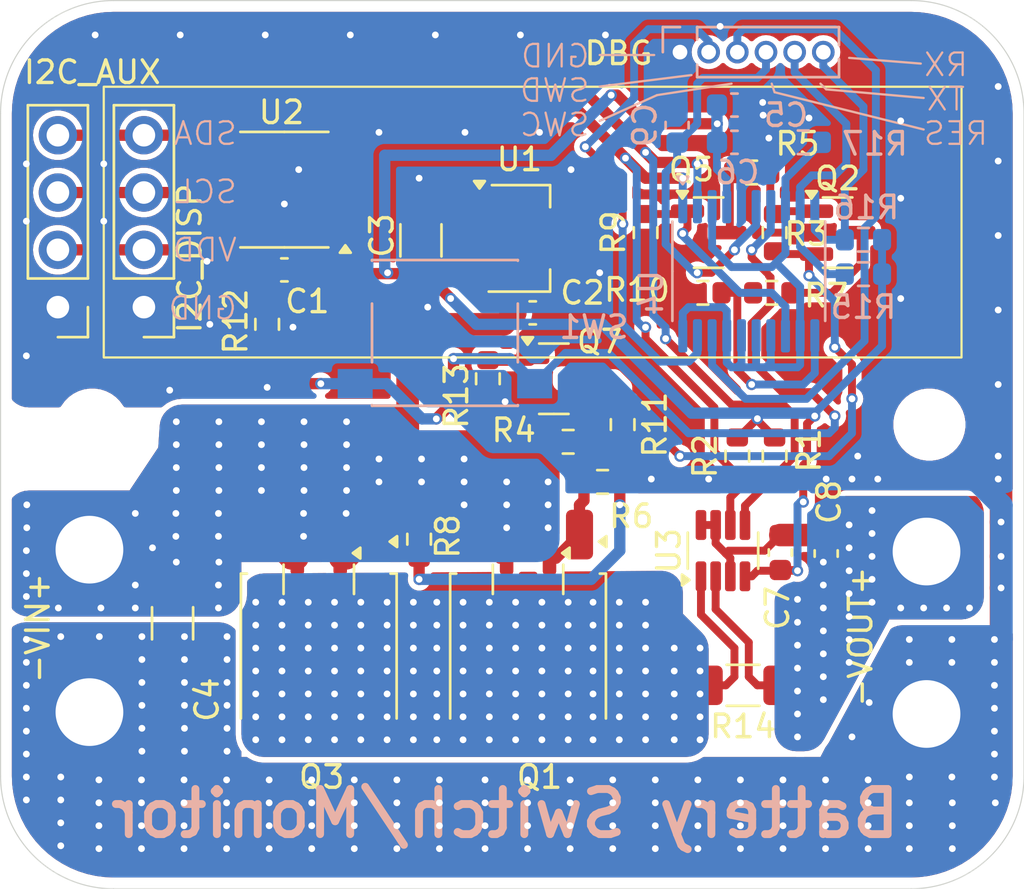
<source format=kicad_pcb>
(kicad_pcb (version 20240108) (generator "pcbnew") (generator_version "8.0")
  (layers (0 "F.Cu" signal) (31 "B.Cu" signal) (34 "B.Paste" user) (35 "F.Paste" user) (36 "B.SilkS" user "B.Silkscreen") (37 "F.SilkS" user "F.Silkscreen") (38 "B.Mask" user) (39 "F.Mask" user) (44 "Edge.Cuts" user))
  (net 0 "")
  (net 1 "/VIN")
  (net 2 "GND")
  (net 3 "/V33")
  (net 4 "/VOUT")
  (net 5 "/SDA")
  (net 6 "/SCL")
  (net 7 "Net-(Q1-G)")
  (net 8 "Net-(Q1-D)")
  (net 9 "Net-(Q2-G)")
  (net 10 "/SW")
  (net 11 "/AIN_CTL")
  (net 12 "Net-(Q7-D)")
  (net 13 "/BUTTON")
  (net 14 "/AIN")
  (net 15 "Net-(J3-Pin_4)")
  (net 16 "Net-(J3-Pin_3)")
  (net 17 "Net-(J3-Pin_2)")
  (net 18 "Net-(J3-Pin_6)")
  (net 19 "Net-(J3-Pin_5)")
  (net 20 "Net-(Q2-D)")
  (net 21 "Net-(Q3-G)")
  (net 22 "Net-(Q5-D)")
  (net 23 "Net-(R11-Pad2)")
  (net 24 "Net-(U4-PA1)")
  (footprint "Package_TO_SOT_SMD:SOT-23-8" (layer "F.Cu") (at 73.533 101.219 90)
    (property "Reference" "U3")
    (property "Value" "INA219AxDCN")
  )
  (footprint "Resistor_SMD:R_0603_1608Metric" (layer "F.Cu") (at 66.675 96.393 180)
    (property "Reference" "R4")
    (property "Value" "2.2M")
  )
  (footprint "Capacitor_SMD:C_0603_1608Metric" (layer "F.Cu") (at 76.073 101.302 -90)
    (property "Reference" "C7")
    (property "Value" "100nF")
  )
  (footprint "Package_TO_SOT_SMD:TO-252-2" (layer "F.Cu") (at 64.897 105.547 -90)
    (property "Reference" "Q1")
    (property "Value" "SUD45P03-09")
  )
  (footprint "Package_TO_SOT_SMD:SOT-23" (layer "F.Cu") (at 55.626 102.489 -90)
    (property "Reference" "Q6" (hide yes))
    (property "Value" "AO3401A")
  )
  (footprint "Resistor_SMD:R_0603_1608Metric" (layer "F.Cu") (at 68.199 98.171 180)
    (property "Reference" "R6")
    (property "Value" "22R")
  )
  (footprint "Resistor_SMD:R_0603_1608Metric" (layer "F.Cu") (at 75.819 97.028 90)
    (property "Reference" "R1")
    (property "Value" "10k")
  )
  (footprint "Capacitor_SMD:C_1206_3216Metric" (layer "F.Cu") (at 49.149 104.438 -90)
    (property "Reference" "C4")
    (property "Value" "10uF")
  )
  (footprint "Resistor_SMD:R_0603_1608Metric" (layer "F.Cu") (at 74.803 84.455)
    (property "Reference" "R5")
    (property "Value" "1.5M")
  )
  (footprint "Connector_PinHeader_2.54mm:PinHeader_1x04_P2.54mm_Vertical" (layer "F.Cu") (at 47.879 90.424 180)
    (property "Reference" "J5" (hide yes))
    (property "Value" "I2C_DISP")
  )
  (footprint "Capacitor_SMD:C_0603_1608Metric" (layer "F.Cu") (at 65.105 90.678)
    (property "Reference" "C2")
    (property "Value" "100nF")
  )
  (footprint "Capacitor_SMD:C_0603_1608Metric" (layer "F.Cu") (at 54.102 88.773 180)
    (property "Reference" "C1")
    (property "Value" "100nf")
  )
  (footprint "Resistor_SMD:R_0603_1608Metric" (layer "F.Cu") (at 75.819 87.122 -90)
    (property "Reference" "R3")
    (property "Value" "2.2M")
  )
  (footprint "Package_TO_SOT_SMD:SOT-23" (layer "F.Cu") (at 64.897 102.489 -90)
    (property "Reference" "Q4" (hide yes))
    (property "Value" "AO3401A")
  )
  (footprint "Capacitor_SMD:C_0603_1608Metric" (layer "F.Cu") (at 78.105 101.346 90)
    (property "Reference" "C8")
    (property "Value" "100nF")
  )
  (footprint "Resistor_SMD:R_0603_1608Metric" (layer "F.Cu") (at 53.34 91.186 -90)
    (property "Reference" "R12")
    (property "Value" "2.2M")
  )
  (footprint "Connector_Wire:SolderWire-2.5sqmm_1x02_P7.2mm_D2.4mm_OD3.6mm" (layer "F.Cu") (at 45.466 108.375 90)
    (property "Reference" "J1" (hide yes))
    (property "Value" "-VIN+")
  )
  (footprint "MountingHole:MountingHole_2.7mm_M2.5" (layer "F.Cu") (at 45.593 95.631)
    (property "Reference" "H2" (hide yes))
    (property "Value" "MountingHole" (hide yes))
  )
  (footprint "Package_TO_SOT_SMD:SOT-23" (layer "F.Cu") (at 72.898 87.122)
    (property "Reference" "Q5")
    (property "Value" "BSS138")
  )
  (footprint "Package_SO:SOIC-8_3.9x4.9mm_P1.27mm" (layer "F.Cu") (at 54.102 85.217 180)
    (property "Reference" "U2")
    (property "Value" "M24C02-FMN")
  )
  (footprint "Resistor_SMD:R_0603_1608Metric" (layer "F.Cu") (at 60.071 100.711 90)
    (property "Reference" "R8")
    (property "Value" "22R")
  )
  (footprint "Resistor_SMD:R_0603_1608Metric" (layer "F.Cu") (at 69.088 95.631 -90)
    (property "Reference" "R11")
    (property "Value" "1.5M")
  )
  (footprint "Resistor_SMD:R_0603_1608Metric" (layer "F.Cu") (at 63.119 93.599 90)
    (property "Reference" "R13")
    (property "Value" "2.2M")
  )
  (footprint "Resistor_SMD:R_0603_1608Metric" (layer "F.Cu") (at 72.644 89.789)
    (property "Reference" "R10")
    (property "Value" "22k")
  )
  (footprint "MountingHole:MountingHole_2.7mm_M2.5" (layer "F.Cu") (at 82.677 95.631)
    (property "Reference" "H1" (hide yes))
    (property "Value" "MountingHole" (hide yes))
  )
  (footprint "Package_TO_SOT_SMD:SOT-23" (layer "F.Cu") (at 66.04 93.599)
    (property "Reference" "Q7")
    (property "Value" "BSS138")
  )
  (footprint "Capacitor_SMD:C_1206_3216Metric" (layer "F.Cu") (at 60.152 87.4655 90)
    (property "Reference" "C3")
    (property "Value" "10uF")
  )
  (footprint "Resistor_SMD:R_1206_3216Metric" (layer "F.Cu") (at 74.422 107.188 180)
    (property "Reference" "R14")
    (property "Value" "10m")
  )
  (footprint "Resistor_SMD:R_0603_1608Metric" (layer "F.Cu") (at 74.168 97.028 90)
    (property "Reference" "R2")
    (property "Value" "10k")
  )
  (footprint "Connector_PinHeader_2.54mm:PinHeader_1x04_P2.54mm_Vertical" (layer "F.Cu") (at 44.069 90.424 180)
    (property "Reference" "J4" (hide yes))
    (property "Value" "I2C_AUX")
  )
  (footprint "Connector_Wire:SolderWire-2.5sqmm_1x02_P7.2mm_D2.4mm_OD3.6mm" (layer "F.Cu") (at 82.55 108.458 90)
    (property "Reference" "J2" (hide yes))
    (property "Value" "-VOUT+")
  )
  (footprint "Resistor_SMD:R_0603_1608Metric" (layer "F.Cu") (at 70.104 87.122 90)
    (property "Reference" "R9")
    (property "Value" "2.2M")
  )
  (footprint "Resistor_SMD:R_0603_1608Metric" (layer "F.Cu") (at 75.692 89.789)
    (property "Reference" "R7")
    (property "Value" "220k")
  )
  (footprint "Package_TO_SOT_SMD:TO-252-2" (layer "F.Cu") (at 55.626 105.547 -90)
    (property "Reference" "Q3")
    (property "Value" "SUD45P03-09")
  )
  (footprint "Package_TO_SOT_SMD:SOT-89-3" (layer "F.Cu") (at 64.516 87.376)
    (property "Reference" "U1")
    (property "Value" "MCP1700x-330xxMB")
  )
  (footprint "Package_TO_SOT_SMD:SOT-23" (layer "F.Cu") (at 78.613 87.122)
    (property "Reference" "Q2")
    (property "Value" "BSS84")
  )
  (footprint "Capacitor_SMD:C_0603_1608Metric" (layer "B.Cu") (at 74.041 81.4675)
    (property "Reference" "C5")
    (property "Value" "1uF")
  )
  (footprint "Button_Switch_SMD:SW_Push_1P1T_NO_6x6mm_H9.5mm" (layer "B.Cu") (at 61.214 91.567 180)
    (property "Reference" "SW1")
    (property "Value" "SW_Push")
  )
  (footprint "Package_SO:TSSOP-20_4.4x6.5mm_P0.65mm" (layer "B.Cu") (at 74.676 88.8335 -90)
    (property "Reference" "U4")
    (property "Value" "STM32G030F6Px")
  )
  (footprint "Capacitor_SMD:C_0603_1608Metric" (layer "B.Cu") (at 71.501 82.3565 -90)
    (property "Reference" "C9")
    (property "Value" "10nf")
  )
  (footprint "Resistor_SMD:R_0603_1608Metric" (layer "B.Cu") (at 79.756 87.4365 180)
    (property "Reference" "R16")
    (property "Value" "220k")
  )
  (footprint "Resistor_SMD:R_0603_1608Metric" (layer "B.Cu") (at 79.756 88.9605 180)
    (property "Reference" "R15")
    (property "Value" "220k")
  )
  (footprint "Capacitor_SMD:C_0603_1608Metric" (layer "B.Cu") (at 74.041 83.1185)
    (property "Reference" "C6")
    (property "Value" "100nf")
  )
  (footprint "Resistor_SMD:R_0603_1608Metric" (layer "B.Cu") (at 77.089 83.1185)
    (property "Reference" "R17")
    (property "Value" "220k" (hide yes))
  )
  (footprint "Connector_PinHeader_1.27mm:PinHeader_1x06_P1.27mm_Vertical" (layer "B.Cu") (at 71.628 79.121 -90)
    (property "Reference" "J3" (hide yes))
    (property "Value" "DBG")
  )
  (gr_line (start 82.423 82.55) (end 75.819 80.899) (stroke (width 0.1)) (layer "B.SilkS"))
  (gr_line (start 82.423 81.153) (end 78.105 80.772) (stroke (width 0.1)) (layer "B.SilkS"))
  (gr_line (start 75.819 80.899) (end 75.692 80.518) (stroke (width 0.1)) (layer "B.SilkS"))
  (gr_line (start 82.296 79.629) (end 79.121 79.375) (stroke (width 0.1)) (layer "B.SilkS"))
  (gr_line (start 68.072 79.248) (end 70.485 79.248) (stroke (width 0.1)) (layer "B.SilkS"))
  (gr_line (start 78.105 80.772) (end 77.851 80.518) (stroke (width 0.1)) (layer "B.SilkS"))
  (gr_line (start 68.072 80.645) (end 72.136 80.137) (stroke (width 0.1)) (layer "B.SilkS"))
  (gr_line (start 68.072 82.169) (end 70.612 81.026) (stroke (width 0.1)) (layer "B.SilkS"))
  (gr_line (start 70.612 81.026) (end 73.914 80.518) (stroke (width 0.1)) (layer "B.SilkS"))
  (gr_rect (start 46.101 80.655) (end 84.101 92.655) (stroke (width 0.1)) (fill none) (layer "F.SilkS"))
  (gr_line (start 86.868 81.835) (end 86.868 111.205) (stroke (width 0.05)) (layer "Edge.Cuts"))
  (gr_line (start 81.868 116.205) (end 46.529 116.205) (stroke (width 0.05)) (layer "Edge.Cuts"))
  (gr_line (start 41.529 111.205) (end 41.529 81.835) (stroke (width 0.05)) (layer "Edge.Cuts"))
  (gr_line (start 46.529 76.835) (end 81.868 76.835) (stroke (width 0.05)) (layer "Edge.Cuts"))
  (gr_arc (start 41.529 81.835) (mid 42.993466 78.299466) (end 46.529 76.835) (stroke (width 0.05)) (layer "Edge.Cuts"))
  (gr_arc (start 86.868 111.205) (mid 85.403534 114.740534) (end 81.868 116.205) (stroke (width 0.05)) (layer "Edge.Cuts"))
  (gr_arc (start 81.868 76.835) (mid 85.403534 78.299466) (end 86.868 81.835) (stroke (width 0.05)) (layer "Edge.Cuts"))
  (gr_arc (start 46.529 116.205) (mid 42.993466 114.740534) (end 41.529 111.205) (stroke (width 0.05)) (layer "Edge.Cuts"))
  (gr_text "VDD" (at 52.07 88.476666 0) (layer "B.SilkS") (effects (font (size 1 1) (thickness 0.1)) (justify left bottom mirror)))
  (gr_text "SWC" (at 67.691 82.931 0) (layer "B.SilkS") (effects (font (size 1 1) (thickness 0.1)) (justify left bottom mirror)))
  (gr_text "RES" (at 85.344 83.312 0) (layer "B.SilkS") (effects (font (size 1 1) (thickness 0.1)) (justify left bottom mirror)))
  (gr_text "SDA" (at 52.07 83.312 0) (layer "B.SilkS") (effects (font (size 1 1) (thickness 0.1)) (justify left bottom mirror)))
  (gr_text "RX" (at 84.455 80.264 0) (layer "B.SilkS") (effects (font (size 1 1) (thickness 0.1)) (justify left bottom mirror)))
  (gr_text "TX" (at 84.328 81.788 0) (layer "B.SilkS") (effects (font (size 1 1) (thickness 0.1)) (justify left bottom mirror)))
  (gr_text "GND" (at 52.07 91.059 0) (layer "B.SilkS") (effects (font (size 1 1) (thickness 0.1)) (justify left bottom mirror)))
  (gr_text "Battery Switch/Monitor" (at 81.534 114.046 0) (layer "B.SilkS") (effects (font (size 2 2) (thickness 0.35) (bold yes)) (justify left bottom mirror)))
  (gr_text "SWD" (at 67.691 81.407 0) (layer "B.SilkS") (effects (font (size 1 1) (thickness 0.1)) (justify left bottom mirror)))
  (gr_text "SCL" (at 52.07 85.894333 0) (layer "B.SilkS") (effects (font (size 1 1) (thickness 0.1)) (justify left bottom mirror)))
  (gr_text "GND" (at 67.691 79.883 0) (layer "B.SilkS") (effects (font (size 1 1) (thickness 0.1)) (justify left bottom mirror)))
  (gr_text "DBG" (at 67.31 79.756 0) (layer "F.SilkS") (effects (font (size 1 1)) (justify left bottom)))
  (segment (start 59.563 92.964) (end 61.341 91.186) (width 1) (layer "F.Cu") (net 1))
  (segment (start 53.346 98.8) (end 54.737 97.409) (width 1) (layer "F.Cu") (net 1))
  (segment (start 75.944 88.072) (end 75.819 87.947) (width 0.35) (layer "F.Cu") (net 1))
  (segment (start 66.802 95.377) (end 68.199 95.377) (width 0.35) (layer "F.Cu") (net 1))
  (segment (start 44.704 101.175) (end 47.107 101.175) (width 1) (layer "F.Cu") (net 1))
  (segment (start 59.563 97.409) (end 59.563 92.964) (width 1) (layer "F.Cu") (net 1))
  (segment (start 77.343 89.027) (end 77.343 88.4045) (width 0.35) (layer "F.Cu") (net 1))
  (segment (start 54.3905 101.5515) (end 53.346 100.507) (width 1) (layer "F.Cu") (net 1))
  (segment (start 54.737 97.409) (end 59.563 97.409) (width 1) (layer "F.Cu") (net 1))
  (segment (start 62.617 98.177) (end 62.617 100.507) (width 1) (layer "F.Cu") (net 1))
  (segment (start 64.33 87.825) (end 63.881 87.376) (width 1) (layer "F.Cu") (net 1))
  (segment (start 64.33 90.678) (end 64.33 87.825) (width 1) (layer "F.Cu") (net 1))
  (segment (start 77.6755 88.072) (end 75.944 88.072) (width 0.35) (layer "F.Cu") (net 1))
  (segment (start 68.199 95.377) (end 68.453 95.631) (width 0.35) (layer "F.Cu") (net 1))
  (segment (start 64.401 96.393) (end 65.85 96.393) (width 1) (layer "F.Cu") (net 1))
  (segment (start 54.676 101.5515) (end 54.3905 101.5515) (width 1) (layer "F.Cu") (net 1))
  (segment (start 64.643 87.376) (end 62.6535 87.376) (width 0.5) (layer "F.Cu") (net 1))
  (segment (start 65.85 96.329) (end 66.802 95.377) (width 0.35) (layer "F.Cu") (net 1))
  (segment (start 65.85 96.393) (end 65.85 96.329) (width 0.35) (layer "F.Cu") (net 1))
  (segment (start 79.248 92.964) (end 79.248 94.488) (width 0.35) (layer "F.Cu") (net 1))
  (segment (start 47.107 101.175) (end 48.895 102.963) (width 1) (layer "F.Cu") (net 1))
  (segment (start 59.563 97.409) (end 61.849 97.409) (width 1) (layer "F.Cu") (net 1))
  (segment (start 51.351 100.507) (end 48.895 102.963) (width 1) (layer "F.Cu") (net 1))
  (segment (start 63.822 91.186) (end 64.33 90.678) (width 1) (layer "F.Cu") (net 1))
  (segment (start 68.453 95.631) (end 70.231 95.631) (width 0.35) (layer "F.Cu") (net 1))
  (segment (start 78.486 92.202) (end 79.248 92.964) (width 0.35) (layer "F.Cu") (net 1))
  (segment (start 63.881 87.376) (end 62.6535 87.376) (width 1) (layer "F.Cu") (net 1))
  (segment (start 70.231 95.631) (end 71.628 97.028) (width 0.35) (layer "F.Cu") (net 1))
  (segment (start 61.341 91.186) (end 63.822 91.186) (width 1) (layer "F.Cu") (net 1))
  (segment (start 63.6615 101.5515) (end 62.617 100.507) (width 0.5) (layer "F.Cu") (net 1))
  (segment (start 63.947 101.5515) (end 63.6615 101.5515) (width 0.5) (layer "F.Cu") (net 1))
  (segment (start 61.849 97.409) (end 62.617 98.177) (width 1) (layer "F.Cu") (net 1))
  (segment (start 53.346 100.507) (end 51.351 100.507) (width 1) (layer "F.Cu") (net 1))
  (segment (start 53.346 100.507) (end 53.346 98.8) (width 1) (layer "F.Cu") (net 1))
  (segment (start 62.617 98.177) (end 64.401 96.393) (width 1) (layer "F.Cu") (net 1))
  (segment (start 77.343 88.4045) (end 77.6755 88.072) (width 0.35) (layer "F.Cu") (net 1))
  (via (at 51.181 102.743) (size 0.5) (drill 0.3) (layers "F.Cu" "B.Cu") (net 1))
  (via (at 54.952194 99.568) (size 0.5) (drill 0.3) (layers "F.Cu" "B.Cu") (net 1))
  (via (at 54.971597 98.552) (size 0.5) (drill 0.3) (layers "F.Cu" "B.Cu") (net 1))
  (via (at 78.486 92.202) (size 0.5) (drill 0.3) (layers "F.Cu" "B.Cu") (net 1))
  (via (at 62.064194 97.155) (size 0.5) (drill 0.3) (layers "F.Cu" "B.Cu") (net 1))
  (via (at 63.949791 98.171) (size 0.5) (drill 0.3) (layers "F.Cu" "B.Cu") (net 1))
  (via (at 65.786 98.171) (size 0.5) (drill 0.3) (layers "F.Cu" "B.Cu") (net 1))
  (via (at 62.064194 98.171) (size 0.5) (drill 0.3) (layers "F.Cu" "B.Cu") (net 1))
  (via (at 45.974 103.759) (size 0.5) (drill 0.3) (layers "F.Cu" "B.Cu") (net 1))
  (via (at 51.200403 101.727) (size 0.5) (drill 0.3) (layers "F.Cu" "B.Cu") (net 1))
  (via (at 51.200403 96.52) (size 0.5) (drill 0.3) (layers "F.Cu" "B.Cu") (net 1))
  (via (at 49.314806 101.727) (size 0.5) (drill 0.3) (layers "F.Cu" "B.Cu") (net 1))
  (via (at 49.314806 98.552) (size 0.5) (drill 0.3) (layers "F.Cu" "B.Cu") (net 1))
  (via (at 51.200403 95.504) (size 0.5) (drill 0.3) (layers "F.Cu" "B.Cu") (net 1))
  (via (at 51.181 103.759) (size 0.5) (drill 0.3) (layers "F.Cu" "B.Cu") (net 1))
  (via (at 51.200403 98.552) (size 0.5) (drill 0.3) (layers "F.Cu" "B.Cu") (net 1))
  (via (at 42.672 102.235) (size 0.5) (drill 0.3) (layers "F.Cu" "B.Cu") (net 1))
  (via (at 53.086 97.536) (size 0.5) (drill 0.3) (layers "F.Cu" "B.Cu") (net 1))
  (via (at 53.086 98.552) (size 0.5) (drill 0.3) (layers "F.Cu" "B.Cu") (net 1))
  (via (at 51.181 100.584) (size 0.5) (drill 0.3) (layers "F.Cu" "B.Cu") (net 1))
  (via (at 54.971597 97.536) (size 0.5) (drill 0.3) (layers "F.Cu" "B.Cu") (net 1))
  (via (at 71.628 97.028) (size 0.5) (drill 0.3) (layers "F.Cu" "B.Cu") (net 1))
  (via (at 47.498 99.568) (size 0.5) (drill 0.3) (layers "F.Cu" "B.Cu") (net 1))
  (via (at 53.086 95.504) (size 0.5) (drill 0.3) (layers "F.Cu" "B.Cu") (net 1))
  (via (at 49.314806 96.52) (size 0.5) (drill 0.3) (layers "F.Cu" "B.Cu") (net 1))
  (via (at 77.343 89.027) (size 0.5) (drill 0.3) (layers "F.Cu" "B.Cu") (net 1))
  (via (at 44.088403 103.759) (size 0.5) (drill 0.3) (layers "F.Cu" "B.Cu") (net 1))
  (via (at 56.857196 95.504) (size 0.5) (drill 0.3) (layers "F.Cu" "B.Cu") (net 1))
  (via (at 60.178597 98.171) (size 0.5) (drill 0.3) (layers "F.Cu" "B.Cu") (net 1))
  (via (at 63.949791 99.187) (size 0.5) (drill 0.3) (layers "F.Cu" "B.Cu") (net 1))
  (via (at 49.314806 97.536) (size 0.5) (drill 0.3) (layers "F.Cu" "B.Cu") (net 1))
  (via (at 63.949791 100.203) (size 0.5) (drill 0.3) (layers "F.Cu" "B.Cu") (net 1))
  (via (at 51.181 99.568) (size 0.5) (drill 0.3) (layers "F.Cu" "B.Cu") (net 1))
  (via (at 79.248 94.488) (size 0.5) (drill 0.3) (layers "F.Cu" "B.Cu") (net 1))
  (via (at 56.857196 96.52) (size 0.5) (drill 0.3) (layers "F.Cu" "B.Cu") (net 1))
  (via (at 48.26 101.092) (size 0.5) (drill 0.3) (layers "F.Cu" "B.Cu") (net 1))
  (via (at 56.857196 97.536) (size 0.5) (drill 0.3) (layers "F.Cu" "B.Cu") (net 1))
  (via (at 65.786 100.203) (size 0.5) (drill 0.3) (layers "F.Cu" "B.Cu") (net 1))
  (via (at 49.314806 95.504) (size 0.5) (drill 0.3) (layers "F.Cu" "B.Cu") (net 1))
  (via (at 54.971597 95.504) (size 0.5) (drill 0.3) (layers "F.Cu" "B.Cu") (net 1))
  (via (at 56.837793 99.568) (size 0.5) (drill 0.3) (layers "F.Cu" "B.Cu") (net 1))
  (via (at 53.086 96.52) (size 0.5) (drill 0.3) (layers "F.Cu" "B.Cu") (net 1))
  (via (at 42.691403 99.187) (size 0.5) (drill 0.3) (layers "F.Cu" "B.Cu") (net 1))
  (via (at 47.498 102.743) (size 0.5) (drill 0.3) (layers "F.Cu" "B.Cu") (net 1))
  (via (at 54.952194 100.584) (size 0.5) (drill 0.3) (layers "F.Cu" "B.Cu") (net 1))
  (via (at 49.295403 99.568) (size 0.5) (drill 0.3) (layers "F.Cu" "B.Cu") (net 1))
  (via (at 42.672 101.219) (size 0.5) (drill 0.3) (layers "F.Cu" "B.Cu") (net 1))
  (via (at 60.178597 97.155) (size 0.5) (drill 0.3) (layers "F.Cu" "B.Cu") (net 1))
  (via (at 42.691403 100.203) (size 0.5) (drill 0.3) (layers "F.Cu" "B.Cu") (net 1))
  (via (at 56.857196 98.552) (size 0.5) (drill 0.3) (layers "F.Cu" "B.Cu") (net 1))
  (via (at 42.672 103.251) (size 0.5) (drill 0.3) (layers "F.Cu" "B.Cu") (net 1))
  (via (at 49.295403 100.584) (size 0.5) (drill 0.3) (layers "F.Cu" "B.Cu") (net 1))
  (via (at 54.971597 96.52) (size 0.5) (drill 0.3) (layers "F.Cu" "B.Cu") (net 1))
  (via (at 51.200403 97.536) (size 0.5) (drill 0.3) (layers "F.Cu" "B.Cu") (net 1))
  (via (at 65.786 99.187) (size 0.5) (drill 0.3) (layers "F.Cu" "B.Cu") (net 1))
  (via (at 47.498 103.759) (size 0.5) (drill 0.3) (layers "F.Cu" "B.Cu") (net 1))
  (via (at 62.064194 99.187) (size 0.5) (drill 0.3) (layers "F.Cu" "B.Cu") (net 1))
  (via (at 58.293 97.155) (size 0.5) (drill 0.3) (layers "F.Cu" "B.Cu") (net 1))
  (via (at 58.293 98.171) (size 0.5) (drill 0.3) (layers "F.Cu" "B.Cu") (net 1))
  (segment (start 78.232 97.028) (end 79.248 96.012) (width 0.35) (layer "B.Cu") (net 1))
  (segment (start 78.486 92.202) (end 78.486 90.17) (width 0.35) (layer "B.Cu") (net 1))
  (segment (start 79.248 96.012) (end 79.248 94.488) (width 0.35) (layer "B.Cu") (net 1))
  (segment (start 78.486 90.17) (end 77.343 89.027) (width 0.35) (layer "B.Cu") (net 1))
  (segment (start 71.628 97.028) (end 78.232 97.028) (width 0.35) (layer "B.Cu") (net 1))
  (segment (start 85.852 97.155) (end 85.725 97.028) (width 1) (layer "F.Cu") (net 2))
  (segment (start 71.374 88.6585) (end 71.9605 88.072) (width 0.35) (layer "F.Cu") (net 2))
  (segment (start 78.105 100.571) (end 78.105 98.044) (width 1) (layer "F.Cu") (net 2))
  (segment (start 67.183 84.709) (end 66.802 84.328) (width 1) (layer "F.Cu") (net 2))
  (segment (start 54.102 85.852) (end 56.577 85.852) (width 0.5) (layer "F.Cu") (net 2))
  (segment (start 68.072 87.884) (end 68.072 85.344) (width 1) (layer "F.Cu") (net 2))
  (segment (start 67.437 84.709) (end 67.183 84.709) (width 1) (layer "F.Cu") (net 2))
  (segment (start 63.881 94.615) (end 64.072 94.424) (width 0.5) (layer "F.Cu") (net 2))
  (segment (start 75.381 101.219) (end 76.073 100.527) (width 0.35) (layer "F.Cu") (net 2))
  (segment (start 71.628 80.264) (end 71.628 79.121) (width 0.35) (layer "F.Cu") (net 2))
  (segment (start 68.072 89.916) (end 67.31 90.678) (width 1) (layer "F.Cu") (net 2))
  (segment (start 74.45833 80.518) (end 71.882 80.518) (width 0.35) (layer "F.Cu") (net 2))
  (segment (start 68.072 88.9) (end 68.072 87.884) (width 1) (layer "F.Cu") (net 2))
  (segment (start 44.069 90.424) (end 47.879 90.424) (width 0.5) (layer "F.Cu") (net 2))
  (segment (start 73.66 101.346) (end 73.787 101.219) (width 0.35) (layer "F.Cu") (net 2))
  (segment (start 82.55 108.458) (end 85.852 105.156) (width 1) (layer "F.Cu") (net 2))
  (segment (start 73.208 100.0815) (end 73.208 100.894) (width 0.35) (layer "F.Cu") (net 2))
  (segment (start 68.072 88.9) (end 68.072 89.916) (width 1) (layer "F.Cu") (net 2))
  (segment (start 72.558 100.0815) (end 73.208 100.0815) (width 0.35) (layer "F.Cu") (net 2))
  (segment (start 71.819 89.789) (end 71.374 89.344) (width 0.35) (layer "F.Cu") (net 2))
  (segment (start 73.66 101.346) (end 73.858 101.544) (width 0.35) (layer "F.Cu") (net 2))
  (segment (start 55.245 87.122) (end 56.577 87.122) (width 0.5) (layer "F.Cu") (net 2))
  (segment (start 85.852 101.473) (end 85.852 99.949) (width 1) (layer "F.Cu") (net 2))
  (segment (start 75.291822 81.351492) (end 74.45833 80.518) (width 0.35) (layer "F.Cu") (net 2))
  (segment (start 66.421 84.709) (end 60.071 84.709) (width 1) (layer "F.Cu") (net 2))
  (segment (start 44.704 107.95) (end 46.741 105.913) (width 1) (layer "F.Cu") (net 2))
  (segment (start 75.311 81.915) (end 75.311 81.37067) (width 0.5) (layer "F.Cu") (net 2))
  (segment (start 85.852 102.87) (end 85.852 101.473) (width 1) (layer "F.Cu") (net 2))
  (segment (start 73.208 100.894) (end 73.66 101.346) (width 0.35) (layer "F.Cu") (net 2))
  (segment (start 76.073 100.527) (end 78.061 100.527) (width 1) (layer "F.Cu") (net 2))
  (segment (start 75.565 82.169) (end 75.311 81.915) (width 0.5) (layer "F.Cu") (net 2))
  (segment (start 51.627 85.852) (end 54.102 85.852) (width 0.5) (layer "F.Cu") (net 2))
  (segment (start 63.69 94.424) (end 63.881 94.615) (width 0.5) (layer "F.Cu") (net 2))
  (segment (start 44.704 108.375) (end 44.704 109.855) (width 1) (layer "F.Cu") (net 2))
  (segment (start 60.071 85.9095) (end 60.152 85.9905) (width 1) (layer "F.Cu") (net 2))
  (segment (start 60.152 85.9905) (end 56.7155 85.9905) (width 0.5) (layer "F.Cu") (net 2))
  (segment (start 73.858 101.544) (end 73.858 102.3565) (width 0.35) (layer "F.Cu") (net 2))
  (segment (start 75.565 82.931) (end 75.565 82.169) (width 0.5) (layer "F.Cu") (net 2))
  (segment (start 64.072 94.424) (end 64.9775 94.424) (width 0.5) (layer "F.Cu") (net 2))
  (segment (start 71.8355 87.947) (end 71.9605 88.072) (width 0.35) (layer "F.Cu") (net 2))
  (segment (start 56.577 83.312) (end 56.577 87.122) (width 0.5) (layer "F.Cu") (net 2))
  (segment (start 78.061 100.527) (end 78.105 100.571) (width 1) (layer "F.Cu") (net 2))
  (segment (start 66.802 84.328) (end 66.421 84.709) (width 1) (layer "F.Cu") (net 2))
  (segment (start 68.072 85.344) (end 67.437 84.709) (width 1) (layer "F.Cu") (net 2))
  (segment (start 54.877 88.773) (end 54.877 87.49) (width 0.5) (layer "F.Cu") (net 2))
  (segment (start 77.978 113.03) (end 82.55 108.458) (width 1) (layer "F.Cu") (net 2))
  (segment (start 68.135 87.947) (end 70.104 87.947) (width 1) (layer "F.Cu") (net 2))
  (segment (start 56.7155 85.9905) (end 56.577 85.852) (width 0.5) (layer "F.Cu") (net 2))
  (segment (start 68.072 87.884) (end 68.135 87.947) (width 1) (layer "F.Cu") (net 2))
  (segment (start 60.071 84.709) (end 60.071 85.9095) (width 1) (layer "F.Cu") (net 2))
  (segment (start 71.374 89.344) (end 71.374 88.6585) (width 0.35) (layer "F.Cu") (net 2))
  (segment (start 54.877 87.49) (end 55.245 87.122) (width 0.5) (layer "F.Cu") (net 2))
  (segment (start 70.104 87.947) (end 71.8355 87.947) (width 0.35) (layer "F.Cu") (net 2))
  (segment (start 47.879 113.03) (end 77.978 113.03) (width 1) (layer "F.Cu") (net 2))
  (segment (start 85.852 99.949) (end 85.852 97.155) (width 1) (layer "F.Cu") (net 2))
  (segment (start 85.852 105.156) (end 85.852 102.87) (width 1) (layer "F.Cu") (net 2))
  (segment (start 73.787 101.219) (end 75.381 101.219) (width 0.35) (layer "F.Cu") (net 2))
  (segment (start 71.882 80.518) (end 71.628 80.264) (width 0.35) (layer "F.Cu") (net 2))
  (segment (start 85.725 98.044) (end 78.105 98.044) (width 1) (layer "F.Cu") (net 2))
  (segment (start 64.9775 94.424) (end 65.1025 94.549) (width 0.5) (layer "F.Cu") (net 2))
  (segment (start 46.741 105.913) (end 48.895 105.913) (width 1) (layer "F.Cu") (net 2))
  (segment (start 44.704 109.855) (end 47.879 113.03) (width 1) (layer "F.Cu") (net 2))
  (segment (start 60.152 85.9905) (end 62.4515 85.9905) (width 0.5) (layer "F.Cu") (net 2))
  (segment (start 44.704 108.375) (end 44.704 107.95) (width 1) (layer "F.Cu") (net 2))
  (segment (start 62.4515 85.9905) (end 62.566 85.876) (width 0.5) (layer "F.Cu") (net 2))
  (segment (start 63.119 94.424) (end 63.69 94.424) (width 0.5) (layer "F.Cu") (net 2))
  (segment (start 75.311 81.37067) (end 75.291822 81.351492) (width 0.5) (layer "F.Cu") (net 2))
  (segment (start 67.31 90.678) (end 65.88 90.678) (width 1) (layer "F.Cu") (net 2))
  (via (at 74.305582 112.395) (size 0.5) (drill 0.3) (layers "F.Cu" "B.Cu") (net 2))
  (via (at 46.101 86.614) (size 0.5) (drill 0.3) (layers "F.Cu" "B.Cu") (net 2))
  (via (at 78.076776 111.379) (size 0.5) (drill 0.3) (layers "F.Cu" "B.Cu") (net 2))
  (via (at 42.672 108.204) (size 0.5) (drill 0.3) (layers "F.Cu" "B.Cu") (net 2))
  (via (at 81.407 90.043) (size 0.5) (drill 0.3) (layers "F.Cu" "B.Cu") (net 2))
  (via (at 83.693 112.395) (size 0.5) (drill 0.3) (layers "F.Cu" "B.Cu") (net 2))
  (via (at 44.196 113.284) (size 0.5) (drill 0.3) (layers "F.Cu" "B.Cu") (net 2))
  (via (at 79.248 109.474) (size 0.5) (drill 0.3) (layers "F.Cu" "B.Cu") (net 2))
  (via (at 47.771403 111.379) (size 0.5) (drill 0.3) (layers "F.Cu" "B.Cu") (net 2))
  (via (at 85.598 112.395) (size 0.5) (drill 0.3) (layers "F.Cu" "B.Cu") (net 2))
  (via (at 45.885806 114.427) (size 0.5) (drill 0.3) (layers "F.Cu" "B.Cu") (net 2))
  (via (at 85.559194 106.172) (size 0.5) (drill 0.3) (layers "F.Cu" "B.Cu") (net 2))
  (via (at 60.970584 114.427) (size 0.5) (drill 0.3) (layers "F.Cu" "B.Cu") (net 2))
  (via (at 79.248 98.044) (size 0.5) (drill 0.3) (layers "F.Cu" "B.Cu") (net 2))
  (via (at 85.559194 109.22) (size 0.5) (drill 0.3) (layers "F.Cu" "B.Cu") (net 2))
  (via (at 66.763194 112.395) (size 0.5) (drill 0.3) (layers "F.Cu" "B.Cu") (net 2))
  (via (at 49.676403 108.077) (size 0.5) (drill 0.3) (layers "F.Cu" "B.Cu") (net 2))
  (via (at 85.725 93.853) (size 0.5) (drill 0.3) (layers "F.Cu" "B.Cu") (net 2))
  (via (at 70.534388 111.379) (size 0.5) (drill 0.3) (layers "F.Cu" "B.Cu") (net 2))
  (via (at 54.102 85.852) (size 0.5) (drill 0.3) (layers "F.Cu" "B.Cu") (net 2))
  (via (at 57.199388 113.411) (size 0.5) (drill 0.3) (layers "F.Cu" "B.Cu") (net 2))
  (via (at 79.962375 111.379) (size 0.5) (drill 0.3) (layers "F.Cu" "B.Cu") (net 2))
  (via (at 44.196 114.3) (size 0.5) (drill 0.3) (layers "F.Cu" "B.Cu") (net 2))
  (via (at 50.673 88.392) (size 0.5) (drill 0.3) (layers "F.Cu" "B.Cu") (net 2))
  (via (at 72.898 98.044) (size 0.5) (drill 0.3) (layers "F.Cu" "B.Cu") (net 2))
  (via (at 57.022998 78.359) (size 0.5) (drill 0.3) (layers "F.Cu" "B.Cu") (net 2))
  (via (at 45.72 78.359) (size 0.5) (drill 0.3) (layers "F.Cu" "B.Cu") (net 2))
  (via (at 53.428194 113.411) (size 0.5) (drill 0.3) (layers "F.Cu" "B.Cu") (net 2))
  (via (at 42.672 86.614) (size 0.5) (drill 0.3) (layers "F.Cu" "B.Cu") (net 2))
  (via (at 42.672 112.268) (size 0.5) (drill 0.3) (layers "F.Cu" "B.Cu") (net 2))
  (via (at 74.305582 111.379) (size 0.5) (drill 0.3) (layers "F.Cu" "B.Cu") (net 2))
  (via (at 85.852 101.473) (size 0.5) (drill 0.3) (layers "F.Cu" "B.Cu") (net 2))
  (via (at 54.737 84.328) (size 0.5) (drill 0.3) (layers "F.Cu" "B.Cu") (net 2))
  (via (at 68.648791 113.411) (size 0.5) (drill 0.3) (layers "F.Cu" "B.Cu") (net 2))
  (via (at 66.763194 114.427) (size 0.5) (drill 0.3) (layers "F.Cu" "B.Cu") (net 2))
  (via (at 57.199388 111.379) (size 0.5) (drill 0.3) (layers "F.Cu" "B.Cu") (net 2))
  (via (at 47.771403 112.395) (size 0.5) (drill 0.3) (layers "F.Cu" "B.Cu") (net 2))
  (via (at 83.693 113.411) (size 0.5) (drill 0.3) (layers "F.Cu" "B.Cu") (net 2))
  (via (at 59.084985 112.395) (size 0.5) (drill 0.3) (layers "F.Cu" "B.Cu") (net 2))
  (via (at 42.672 106.172) (size 0.5) (drill 0.3) (layers "F.Cu" "B.Cu") (net 2))
  (via (at 42.672 109.22) (size 0.5) (drill 0.3) (layers "F.Cu" "B.Cu") (net 2))
  (via (at 81.407 85.598) (size 0.5) (drill 0.3) (layers "F.Cu" "B.Cu") (net 2))
  (via (at 47.771403 114.427) (size 0.5) (drill 0.3) (layers "F.Cu" "B.Cu") (net 2))
  (via (at 49.657 114.427) (size 0.5) (drill 0.3) (layers "F.Cu" "B.Cu") (net 2))
  (via (at 42.672 110.236) (size 0.5) (drill 0.3) (layers "F.Cu" "B.Cu") (net 2))
  (via (at 83.673597 111.252) (size 0.5) (drill 0.3) (layers "F.Cu" "B.Cu") (net 2))
  (via (at 60.970584 111.379) (size 0.5) (drill 0.3) (layers "F.Cu" "B.Cu") (net 2))
  (via (at 47.790806 110.109) (size 0.5) (drill 0.3) (layers "F.Cu" "B.Cu") (net 2))
  (via (at 59.084985 113.411) (size 0.5) (drill 0.3) (layers "F.Cu" "B.Cu") (net 2))
  (via (at 42.672 111.252) (size 0.5) (drill 0.3) (layers "F.Cu" "B.Cu") (net 2))
  (via (at 49.657 111.379) (size 0.5) (drill 0.3) (layers "F.Cu" "B.Cu") (net 2))
  (via (at 80.391 98.044) (size 0.5) (drill 0.3) (layers "F.Cu" "B.Cu") (net 2))
  (via (at 51.542597 111.379) (size 0.5) (drill 0.3) (layers "F.Cu" "B.Cu") (net 2))
  (via (at 66.763194 113.411) (size 0.5) (drill 0.3) (layers "F.Cu" "B.Cu") (net 2))
  (via (at 72.419985 111.379) (size 0.5) (drill 0.3) (layers "F.Cu" "B.Cu") (net 2))
  (via (at 51.562 106.045) (size 0.5) (drill 0.3) (layers "F.Cu" "B.Cu") (net 2))
  (via (at 75.311 81.915) (size 0.5) (drill 0.3) (layers "F.Cu" "B.Cu") (net 2))
  (via (at 64.877597 113.411) (size 0.5) (drill 0.3) (layers "F.Cu" "B.Cu") (net 2))
  (via (at 62.992 113.411) (size 0.5) (drill 0.3) (layers "F.Cu" "B.Cu") (net 2))
  (via (at 66.763194 111.379) (size 0.5) (drill 0.3) (layers "F.Cu" "B.Cu") (net 2))
  (via (at 57.199388 114.427) (size 0.5) (drill 0.3) (layers "F.Cu" "B.Cu") (net 2))
  (via (at 70.534388 113.411) (size 0.5) (drill 0.3) (layers "F.Cu" "B.Cu") (net 2))
  (via (at 42.672 107.188) (size 0.5) (drill 0.3) (layers "F.Cu" "B.Cu") (net 2))
  (via (at 62.992 111.379) (size 0.5) (drill 0.3) (layers "F.Cu" "B.Cu") (net 2))
  (via (at 63.881 94.615) (size 0.5) (drill 0.3) (layers "F.Cu" "B.Cu") (net 2))
  (via (at 47.790806 107.061) (size 0.5) (drill 0.3) (layers "F.Cu" "B.Cu") (net 2))
  (via (at 85.725 98.044) (size 0.5) (drill 0.3) (layers "F.Cu" "B.Cu") (net 2))
  (via (at 85.852 102.87) (size 0.5) (drill 0.3) (layers "F.Cu" "B.Cu") (net 2))
  (via (at 78.076776 112.395) (size 0.5) (drill 0.3) (layers "F.Cu" "B.Cu") (net 2))
  (via (at 70.534388 114.427) (size 0.5) (drill 0.3) (layers "F.Cu" "B.Cu") (net 2))
  (via (at 57.199388 112.395) (size 0.5) (drill 0.3) (layers "F.Cu" "B.Cu") (net 2))
  (via (at 45.905209 105.029) (size 0.5) (drill 0.3) (layers "F.Cu" "B.Cu") (net 2))
  (via (at 51.562 109.093) (size 0.5) (drill 0.3) (layers "F.Cu" "B.Cu") (net 2))
  (via (at 50.8 91.186) (size 0.5) (drill 0.3) (layers "F.Cu" "B.Cu") (net 2))
  (via (at 81.788 111.252) (size 0.5) (drill 0.3) (layers "F.Cu" "B.Cu") (net 2))
  (via (at 81.788 114.427) (size 0.5) (drill 0.3) (layers "F.Cu" "B.Cu") (net 2))
  (via (at 51.562 108.077) (size 0.5) (drill 0.3) (layers "F.Cu" "B.Cu") (net 2))
  (via (at 85.559194 107.188) (size 0.5) (drill 0.3) (layers "F.Cu" "B.Cu") (net 2))
  (via (at 66.802 84.328) (size 0.5) (drill 0.3) (layers "F.Cu" "B.Cu") (net 2))
  (via (at 85.725 90.551) (size 0.5) (drill 0.3) (layers "F.Cu" "B.Cu") (net 2))
  (via (at 81.788 105.156) (size 0.5) (drill 0.3) (layers "F.Cu" "B.Cu") (net 2))
  (via (at 83.693 114.427) (size 0.5) (drill 0.3) (layers "F.Cu" "B.Cu") (net 2))
  (via (at 64.877597 114.427) (size 0.5) (drill 0.3) (layers "F.Cu" "B.Cu") (net 2))
  (via (at 59.084985 114.427) (size 0.5) (drill 0.3) (layers "F.Cu" "B.Cu") (net 2))
  (via (at 51.542597 114.427) (size 0.5) (drill 0.3) (layers "F.Cu" "B.Cu") (net 2))
  (via (at 44.196 105.029) (size 0.5) (drill 0.3) (layers "F.Cu" "B.Cu") (net 2))
  (via (at 53.34 93.98) (size 0.5) (drill 0.3) (layers "F.Cu" "B.Cu") (net 2))
  (via (at 64.55833 78.359) (size 0.5) (drill 0.3) (layers "F.Cu" "B.Cu") (net 2))
  (via (at 49.487666 78.359) (size 0.5) (drill 0.3) (layers "F.Cu" "B.Cu") (net 2))
  (via (at 51.562 105.029) (size 0.5) (drill 0.3) (layers "F.Cu" "B.Cu") (net 2))
  (via (at 68.648791 112.395) (size 0.5) (drill 0.3) (layers "F.Cu" "B.Cu") (net 2))
  (via (at 64.877597 111.379) (size 0.5) (drill 0.3) (layers "F.Cu" "B.Cu") (net 2))
  (via (at 62.992 112.395) (size 0.5) (drill 0.3) (layers "F.Cu" "B.Cu") (net 2))
  (via (at 70.534388 112.395) (size 0.5) (drill 0.3) (layers "F.Cu" "B.Cu") (net 2))
  (via (at 47.790806 105.029) (size 0.5) (drill 0.3) (layers "F.Cu" "B.Cu") (net 2))
  (via (at 75.291822 81.351492) (size 0.5) (drill 0.3) (layers "F.Cu" "B.Cu") (net 2))
  (via (at 42.672 92.583) (size 0.5) (drill 0.3) (layers "F.Cu" "B.Cu") (net 2))
  (via (at 64.877597 112.395) (size 0.5) (drill 0.3) (layers "F.Cu" "B.Cu") (net 2))
  (via (at 49.676403 105.029) (size 0.5) (drill 0.3) (layers "F.Cu" "B.Cu") (net 2))
  (via (at 49.022 94.107) (size 0.5) (drill 0.3) (layers "F.Cu" "B.Cu") (net 2))
  (via (at 44.196 111.252) (size 0.5) (drill 0.3) (layers "F.Cu" "B.Cu") (net 2))
  (via (at 85.559194 111.252) (size 0.5) (drill 0.3) (layers "F.Cu" "B.Cu") (net 2))
  (via (at 78.076776 114.427) (size 0.5) (drill 0.3) (layers "F.Cu" "B.Cu") (net 2))
  (via (at 76.191179 113.411) (size 0.5) (drill 0.3) (layers "F.Cu" "B.Cu") (net 2))
  (via (at 55.313791 114.427) (size 0.5) (drill 0.3) (layers "F.Cu" "B.Cu") (net 2))
  (via (at 59.084985 111.379) (size 0.5) (drill 0.3) (layers "F.Cu" "B.Cu") (net 2))
  (via (at 44.196 112.268) (size 0.5) (drill 0.3) (layers "F.Cu" "B.Cu") (net 2))
  (via (at 75.565 82.931) (size 0.5) (drill 0.3) (layers "F.Cu" "B.Cu") (net 2))
  (via (at 85.725 87.249) (size 0.5) (drill 0.3) (layers "F.Cu" "B.Cu") (net 2))
  (via (at 45.885806 113.411) (size 0.5) (drill 0.3) (layers "F.Cu" "B.Cu") (net 2))
  (via (at 55.313791 112.395) (size 0.5) (drill 0.3) (layers "F.Cu" "B.Cu") (net 2))
  (via (at 49.676403 109.093) (size 0.5) (drill 0.3) (layers "F.Cu" "B.Cu") (net 2))
  (via (at 47.790806 106.045) (size 0.5) (drill 0.3) (layers "F.Cu" "B.Cu") (net 2))
  (via (at 42.672 105.156) (size 0.5) (drill 0.3) (layers "F.Cu" "B.Cu") (net 2))
  (via (at 76.191179 111.379) (size 0.5) (drill 0.3) (layers "F.Cu" "B.Cu") (net 2))
  (via (at 55.313791 113.411) (size 0.5) (drill 0.3) (layers "F.Cu" "B.Cu") (net 2))
  (via (at 77.343 82.042) (size 0.5) (drill 0.3) (layers "F.Cu" "B.Cu") (net 2))
  (via (at 81.788 113.411) (size 0.5) (drill 0.3) (layers "F.Cu" "B.Cu") (net 2))
  (via (at 51.542597 113.411) (size 0.5) (drill 0.3) (layers "F.Cu" "B.Cu") (net 2))
  (via (at 85.559194 110.236) (size 0.5) (drill 0.3) (layers "F.Cu" "B.Cu") (net 2))
  (via (at 85.725 80.645) (size 0.5) (drill 0.3) (layers "F.Cu" "B.Cu") (net 2))
  (via (at 55.313791 111.379) (size 0.5) (drill 0.3) (layers "F.Cu" "B.Cu") (net 2))
  (via (at 79.502 97.028) (size 0.5) (drill 0.3) (layers "F.Cu" "B.Cu") (net 2))
  (via (at 70.358 98.044) (size 0.5) (drill 0.3) (layers "F.Cu" "B.Cu") (net 2))
  (via (at 76.191179 114.427) (size 0.5) (drill 0.3) (layers "F.Cu" "B.Cu") (net 2))
  (via (at 42.672 84.074) (size 0.5) (drill 0.3) (layers "F.Cu" "B.Cu") (net 2))
  (via (at 47.771403 113.411) (size 0.5) (drill 0.3) (layers "F.Cu" "B.Cu") (net 2))
  (via (at 81.407 82.169) (size 0.5) (drill 0.3) (layers "F.Cu" "B.Cu") (net 2))
  (via (at 72.419985 112.395) (size 0.5) (drill 0.3) (layers "F.Cu" "B.Cu") (net 2))
  (via (at 73.406 77.978) (size 0.5) (drill 0.3) (layers "F.Cu" "B.Cu") (net 2))
  (via (at 51.542597 112.395) (size 0.5) (drill 0.3) (layers "F.Cu" "B.Cu") (net 2))
  (via (at 81.788 112.395) (size 0.5) (drill 0.3) (layers "F.Cu" "B.Cu") (net 2))
  (via (at 60.071 84.709) (size 0.5) (drill 0.3) (layers "F.Cu" "B.Cu") (net 2))
  (via (at 53.255332 78.359) (size 0.5) (drill 0.3) (layers "F.Cu" "B.Cu") (net 2))
  (via (at 47.790806 108.077) (size 0.5) (drill 0.3) (layers "F.Cu" "B.Cu") (net 2))
  (via (at 45.885806 111.379) (size 0.5) (drill 0.3) (layers "F.Cu" "B.Cu") (net 2))
  (via (at 53.428194 114.427) (size 0.5) (drill 0.3) (layers "F.Cu" "B.Cu") (net 2))
  (via (at 76.191179 112.395) (size 0.5) (drill 0.3) (layers "F.Cu" "B.Cu") (net 2))
  (via (at 58.293 82.677) (size 0.5) (drill 0.3) (layers "F.Cu" "B.Cu") (net 2))
  (via (at 83.673597 105.156) (size 0.5) (drill 0.3) (layers "F.Cu" "B.Cu") (net 2))
  (via (at 78.076776 113.411) (size 0.5) (drill 0.3) (layers "F.Cu" "B.Cu") (net 2))
  (via (at 65.405 82.677) (size 0.5) (drill 0.3) (layers "F.Cu" "B.Cu") (net 2))
  (via (at 85.725 97.028) (size 0.5) (drill 0.3) (layers "F.Cu" "B.Cu") (net 2))
  (via (at 49.676403 110.109) (size 0.5) (drill 0.3) (layers "F.Cu" "B.Cu") (net 2))
  (via (at 51.562 110.109) (size 0.5) (drill 0.3) (layers "F.Cu" "B.Cu") (net 2))
  (via (at 68.648791 111.379) (size 0.5) (drill 0.3) (layers "F.Cu" "B.Cu") (net 2))
  (via (at 72.419985 114.427) (size 0.5) (drill 0.3) (layers "F.Cu" "B.Cu") (net 2))
  (via (at 53.428194 111.379) (size 0.5) (drill 0.3) (layers "F.Cu" "B.Cu") (net 2))
  (via (at 80.01 107.95) (size 0.5) (drill 0.3) (layers "F.Cu" "B.Cu") (net 2))
  (via (at 60.452 90.424) (size 0.5) (drill 0.3) (layers "F.Cu" "B.Cu") (net 2))
  (via (at 62.103 82.677) (size 0.5) (drill 0.3) (layers "F.Cu" "B.Cu") (net 2))
  (via (at 74.305582 114.427) (size 0.5) (drill 0.3) (layers "F.Cu" "B.Cu") (net 2))
  (via (at 49.676403 106.045) (size 0.5) (drill 0.3) (layers "F.Cu" "B.Cu") (net 2))
  (via (at 45.885806 112.395) (size 0.5) (drill 0.3) (layers "F.Cu" "B.Cu") (net 2))
  (via (at 68.072 88.9) (size 0.5) (drill 0.3) (layers "F.Cu" "B.Cu") (net 2))
  (via (at 49.657 113.411) (size 0.5) (drill 0.3) (layers "F.Cu" "B.Cu") (net 2))
  (via (at 47.790806 109.093) (size 0.5) (drill 0.3) (layers "F.Cu" "B.Cu") (net 2))
  (via (at 62.992 114.427) (size 0.5) (drill 0.3) (layers "F.Cu" "B.Cu") (net 2))
  (via (at 74.305582 113.411) (size 0.5) (drill 0.3) (layers "F.Cu" "B.Cu") (net 2))
  (via (at 85.559194 105.156) (size 0.5) (drill 0.3) (layers "F.Cu" "B.Cu") (net 2))
  (via (at 79.962375 112.395) (size 0.5) (drill 0.3) (layers "F.Cu" "B.Cu") (net 2))
  (via (at 53.428194 112.395) (size 0.5) (drill 0.3) (layers "F.Cu" "B.Cu") (net 2))
  (via (at 49.676403 107.061) (size 0.5) (drill 0.3) (layers "F.Cu" "B.Cu") (net 2))
  (via (at 83.673597 106.172) (size 0.5) (drill 0.3) (layers "F.Cu" "B.Cu") (net 2))
  (via (at 54.483 91.313) (size 0.5) (drill 0.3) (layers "F.Cu" "B.Cu") (net 2))
  (via (at 51.562 107.061) (size 0.5) (drill 0.3) (layers "F.Cu" "B.Cu") (net 2))
  (via (at 49.657 112.395) (size 0.5) (drill 0.3) (layers "F.Cu" "B.Cu") (net 2))
  (via (at 60.790664 78.359) (size 0.5) (drill 0.3) (layers "F.Cu" "B.Cu") (net 2))
  (via (at 68.326 78.359) (size 0.5) (drill 0.3) (layers "F.Cu" "B.Cu") (net 2))
  (via (at 79.962375 113.411) (size 0.5) (drill 0.3) (layers "F.Cu" "B.Cu") (net 2))
  (via (at 85.559194 108.204) (size 0.5) (drill 0.3) (layers "F.Cu" "B.Cu") (net 2))
  (via (at 85.852 99.949) (size 0.5) (drill 0.3) (layers "F.Cu" "B.Cu") (net 2))
  (via (at 60.970584 112.395) (size 0.5) (drill 0.3) (layers "F.Cu" "B.Cu") (net 2))
  (via (at 68.648791 114.427) (size 0.5) (drill 0.3) (layers "F.Cu" "B.Cu") (net 2))
  (via (at 46.101 84.074) (size 0.5) (drill 0.3) (layers "F.Cu" "B.Cu") (net 2))
  (via (at 79.962375 114.427) (size 0.5) (drill 0.3) (layers "F.Cu" "B.Cu") (net 2))
  (via (at 85.725 83.947) (size 0.5) (drill 0.3) (layers "F.Cu" "B.Cu") (net 2))
  (via (at 78.105 98.044) (size 0.5) (drill 0.3) (layers "F.Cu" "B.Cu") (net 2))
  (via (at 72.419985 113.411) (size 0.5) (drill 0.3) (layers "F.Cu" "B.Cu") (net 2))
  (via (at 81.788 106.172) (size 0.5) (drill 0.3) (layers "F.Cu" "B.Cu") (net 2))
  (via (at 60.970584 113.411) (size 0.5) (drill 0.3) (layers "F.Cu" "B.Cu") (net 2))
  (segment (start 49.53 90.424) (end 47.879 90.424) (width 0.5) (layer "B.Cu") (net 2))
  (segment (start 60.071 93.091) (end 60.071 90.805) (width 1) (layer "B.Cu") (net 2))
  (segment (start 57.239 89.243) (end 54.102 86.106) (width 0.5) (layer "B.Cu") (net 2))
  (segment (start 68.072 83.82) (end 68.072 88.9) (width 0.35) (layer "B.Cu") (net 2))
  (segment (start 74.351 84.653) (end 74.816 84.188) (width 0.35) (layer "B.Cu") (net 2))
  (segment (start 60.452 90.424) (end 60.071 90.043) (width 1) (layer "B.Cu") (net 2))
  (segment (start 75.311 81.915) (end 74.816 83.1185) (width 0.5) (layer "B.Cu") (net 2))
  (segment (start 66.639 89.317) (end 65.189 89.317) (width 1) (layer "B.Cu") (net 2))
  (segment (start 75.565 82.931) (end 75.3775 83.1185) (width 0.5) (layer "B.Cu") (net 2))
  (segment (start 74.351 85.971) (end 74.351 84.653) (width 0.35) (layer "B.Cu") (net 2))
  (segment (start 67.31 98.044) (end 70.358 98.044) (width 1) (layer "B.Cu") (net 2))
  (segment (start 75.7525 83.1185) (end 75.565 82.931) (width 0.5) (layer "B.Cu") (net 2))
  (segment (start 70.3105 81.5815) (end 68.072 83.82) (width 0.35) (layer "B.Cu") (net 2))
  (segment (start 76.264 83.1185) (end 75.7525 83.1185) (width 0.5) (layer "B.Cu") (net 2))
  (segment (start 60.071 84.709) (end 64.135 84.709) (width 1) (layer "B.Cu") (net 2))
  (segment (start 68.072 88.9) (end 67.056 88.9) (width 1) (layer "B.Cu") (net 2))
  (segment (start 65.189 85.763) (end 65.189 89.317) (width 1) (layer "B.Cu") (net 2))
  (segment (start 63.373 96.393) (end 63.881 95.885) (width 0.5) (layer "B.Cu") (net 2))
  (segment (start 57.239 89.317) (end 57.239 89.243) (width 0.5) (layer "B.Cu") (net 2))
  (segment (start 63.373 96.393) (end 60.071 93.091) (width 1) (layer "B.Cu") (net 2))
  (segment (start 74.816 84.188) (end 74.816 83.1185) (width 0.35) (layer "B.Cu") (net 2))
  (segment (start 67.056 88.9) (end 66.639 89.317) (width 1) (layer "B.Cu") (net 2))
  (segment (start 63.881 95.885) (end 63.881 94.615) (width 0.5) (layer "B.Cu") (net 2))
  (segment (start 54.102 85.852) (end 49.53 90.424) (width 0.5) (layer "B.Cu") (net 2))
  (segment (start 74.816 81.4675) (end 75.311 81.915) (width 0.5) (layer "B.Cu") (net 2))
  (segment (start 71.628 79.121) (end 71.628 81.4545) (width 0.35) (layer "B.Cu") (net 2))
  (segment (start 71.501 81.5815) (end 70.3105 81.5815) (width 0.35) (layer "B.Cu") (net 2))
  (segment (start 63.373 96.393) (end 65.659 96.393) (width 1) (layer "B.Cu") (net 2))
  (segment (start 84.709 98.044) (end 72.898 98.044) (width 1) (layer "B.Cu") (net 2))
  (segment (start 85.868 105.14) (end 85.868 99.203) (width 1) (layer "B.Cu") (net 2))
  (segment (start 60.071 84.709) (end 60.071 84.836) (width 1) (layer "B.Cu") (net 2))
  (segment (start 85.868 99.203) (end 84.709 98.044) (width 1) (layer "B.Cu") (net 2))
  (segment (start 72.898 98.044) (end 70.358 98.044) (width 1) (layer "B.Cu") (net 2))
  (segment (start 82.55 108.458) (end 85.868 105.14) (width 1) (layer "B.Cu") (net 2))
  (segment (start 54.102 86.106) (end 54.102 85.852) (width 0.5) (layer "B.Cu") (net 2))
  (segment (start 65.659 96.393) (end 67.31 98.044) (width 1) (layer "B.Cu") (net 2))
  (segment (start 60.071 90.805) (end 60.452 90.424) (width 1) (layer "B.Cu") (net 2))
  (segment (start 64.135 84.709) (end 65.189 85.763) (width 1) (layer "B.Cu") (net 2))
  (segment (start 71.628 81.4545) (end 71.501 81.5815) (width 0.35) (layer "B.Cu") (net 2))
  (segment (start 75.3775 83.1185) (end 74.816 83.1185) (width 0.5) (layer "B.Cu") (net 2))
  (segment (start 60.071 90.043) (end 60.071 84.709) (width 1) (layer "B.Cu") (net 2))
  (segment (start 44.069 87.884) (end 47.879 87.884) (width 0.5) (layer "F.Cu") (net 3))
  (segment (start 68.834 81.026) (end 68.58 81.026) (width 0.5) (layer "F.Cu") (net 3))
  (segment (start 76.804 102.077) (end 76.073 102.077) (width 0.35) (layer "F.Cu") (net 3))
  (segment (start 60.3655 88.9405) (end 61.468 90.043) (width 0.5) (layer "F.Cu") (net 3))
  (segment (start 77.089 99.06) (end 77.089 97.424818) (width 0.35) (layer "F.Cu") (net 3))
  (segment (start 68.58 81.026) (end 68.55395 81.026) (width 0.5) (layer "F.Cu") (net 3))
  (segment (start 73.279 82.296) (end 70.104 82.296) (width 0.5) (layer "F.Cu") (net 3))
  (segment (start 77.258 95.589) (end 77.597 95.25) (width 0.35) (layer "F.Cu") (net 3))
  (segment (start 60.152 88.9405) (end 60.3655 88.9405) (width 0.5) (layer "F.Cu") (net 3))
  (segment (start 53.34 90.361) (end 55.562 90.361) (width 0.5) (layer "F.Cu") (net 3))
  (segment (start 75.057 95.367) (end 74.221 96.203) (width 0.35) (layer "F.Cu") (net 3))
  (segment (start 51.627 87.122) (end 50.038 87.122) (width 0.5) (layer "F.Cu") (net 3))
  (segment (start 49.276 87.884) (end 47.879 87.884) (width 0.5) (layer "F.Cu") (net 3))
  (segment (start 76.835 102.108) (end 75.057 102.108) (width 0.35) (layer "F.Cu") (net 3))
  (segment (start 50.038 87.122) (end 49.276 87.884) (width 0.5) (layer "F.Cu") (net 3))
  (segment (start 70.104 82.296) (end 68.834 81.026) (width 0.5) (layer "F.Cu") (net 3))
  (segment (start 55.562 90.361) (end 56.9825 88.9405) (width 0.5) (layer "F.Cu") (net 3))
  (segment (start 74.8085 102.3565) (end 74.508 102.3565) (width 0.35) (layer "F.Cu") (net 3))
  (segment (start 77.089 97.424818) (end 77.258 97.255818) (width 0.35) (layer "F.Cu") (net 3))
  (segment (start 53.327 90.348) (end 53.34 90.361) (width 0.5) (layer "F.Cu") (net 3))
  (segment (start 52.705 87.122) (end 51.627 87.122) (width 0.5) (layer "F.Cu") (net 3))
  (segment (start 53.327 87.744) (end 52.705 87.122) (width 0.5) (layer "F.Cu") (net 3))
  (segment (start 62.5015 88.9405) (end 62.566 88.876) (width 0.5) (layer "F.Cu") (net 3))
  (segment (start 76.835 102.108) (end 76.804 102.077) (width 0.35) (layer "F.Cu") (net 3))
  (segment (start 75.057 95.441) (end 75.819 96.203) (width 0.35) (layer "F.Cu") (net 3))
  (segment (start 53.327 88.773) (end 53.327 87.744) (width 0.5) (layer "F.Cu") (net 3))
  (segment (start 74.221 96.203) (end 74.168 96.203) (width 0.35) (layer "F.Cu") (net 3))
  (segment (start 75.057 102.108) (end 74.8085 102.3565) (width 0.35) (layer "F.Cu") (net 3))
  (segment (start 77.258 97.255818) (end 77.258 95.589) (width 0.35) (layer "F.Cu") (net 3))
  (segment (start 56.9825 88.9405) (end 60.152 88.9405) (width 0.5) (layer "F.Cu") (net 3))
  (segment (start 53.327 88.773) (end 53.327 90.348) (width 0.5) (layer "F.Cu") (net 3))
  (segment (start 60.152 88.9405) (end 62.5015 88.9405) (width 0.5) (layer "F.Cu") (net 3))
  (segment (start 75.057 95.367) (end 75.057 95.441) (width 0.35) (layer "F.Cu") (net 3))
  (via (at 58.674 88.9) (size 0.5) (drill 0.3) (layers "F.Cu" "B.Cu") (net 3))
  (via (at 76.835 102.108) (size 0.5) (drill 0.3) (layers "F.Cu" "B.Cu") (net 3))
  (via (at 73.279 82.296) (size 0.5) (drill 0.3) (layers "F.Cu" "B.Cu") (net 3))
  (via (at 75.057 95.367) (size 0.5) (drill 0.3) (layers "F.Cu" "B.Cu") (net 3))
  (via (at 77.597 95.25) (size 0.5) (drill 0.3) (layers "F.Cu" "B.Cu") (net 3))
  (via (at 77.089 99.06) (size 0.5) (drill 0.3) (layers "F.Cu" "B.Cu") (net 3))
  (via (at 68.58 81.026) (size 0.5) (drill 0.3) (layers "F.Cu" "B.Cu") (net 3))
  (via (at 61.468 90.043) (size 0.5) (drill 0.3) (layers "F.Cu" "B.Cu") (net 3))
  (segment (start 77.597 95.123) (end 75.057 95.123) (width 0.5) (layer "B.Cu") (net 3))
  (segment (start 68.58 81.026) (end 65.913 83.693) (width 0.5) (layer "B.Cu") (net 3))
  (segment (start 73.279 82.296) (end 73.266 82.309) (width 0.5) (layer "B.Cu") (net 3))
  (segment (start 73.701 85.971) (end 73.701 84.75) (width 0.35) (layer "B.Cu") (net 3))
  (segment (start 80.581 88.9605) (end 80.581 87.4365) (width 0.35) (layer "B.Cu") (net 3))
  (segment (start 68.204116 91.186) (end 62.611 91.186) (width 0.5) (layer "B.Cu") (net 3))
  (segment (start 72.141116 95.123) (end 68.204116 91.186) (width 0.5) (layer "B.Cu") (net 3))
  (segment (start 75.057 95.367) (end 75.057 95.123) (width 0.35) (layer "B.Cu") (net 3))
  (segment (start 73.266 82.309) (end 73.266 83.1185) (width 0.5) (layer "B.Cu") (net 3))
  (segment (start 77.597 95.123) (end 80.581 92.139) (width 0.35) (layer "B.Cu") (net 3))
  (segment (start 77.089 98.933) (end 76.962 99.06) (width 0.35) (layer "B.Cu") (net 3))
  (segment (start 58.547 83.693) (end 58.547 88.773) (width 0.5) (layer "B.Cu") (net 3))
  (segment (start 75.057 95.123) (end 72.141116 95.123) (width 0.5) (layer "B.Cu") (net 3))
  (segment (start 80.581 92.139) (end 80.581 88.9605) (width 0.35) (layer "B.Cu") (net 3))
  (segment (start 73.266 84.315) (end 73.266 83.1185) (width 0.35) (layer "B.Cu") (net 3))
  (segment (start 65.913 83.693) (end 58.547 83.693) (width 0.5) (layer "B.Cu") (net 3))
  (segment (start 76.835 99.187) (end 76.962 99.06) (width 0.35) (layer "B.Cu") (net 3))
  (segment (start 73.266 81.4675) (end 73.266 82.283) (width 0.5) (layer "B.Cu") (net 3))
  (segment (start 76.962 99.06) (end 77.089 99.06) (width 0.35) (layer "B.Cu") (net 3))
  (segment (start 62.611 91.186) (end 61.468 90.043) (width 0.5) (layer "B.Cu") (net 3))
  (segment (start 73.701 84.75) (end 73.266 84.315) (width 0.35) (layer "B.Cu") (net 3))
  (segment (start 77.089 99.06) (end 77.089 98.933) (width 0.35) (layer "B.Cu") (net 3))
  (segment (start 58.547 88.773) (end 58.674 88.9) (width 0.5) (layer "B.Cu") (net 3))
  (segment (start 76.835 102.108) (end 76.835 99.187) (width 0.35) (layer "B.Cu") (net 3))
  (segment (start 73.266 82.283) (end 73.279 82.296) (width 0.5) (layer "B.Cu") (net 3))
  (segment (start 73.208 102.3565) (end 73.208 103.815) (width 0.35) (layer "F.Cu") (net 4))
  (segment (start 82.55 101.258) (end 81.687 102.121) (width 1) (layer "F.Cu") (net 4))
  (segment (start 73.208 103.815) (end 74.676 105.283) (width 0.35) (layer "F.Cu") (net 4))
  (segment (start 74.676 106.807) (end 75.057 107.188) (width 0.35) (layer "F.Cu") (net 4))
  (segment (start 74.676 105.283) (end 74.676 106.807) (width 0.35) (layer "F.Cu") (net 4))
  (segment (start 76.962 107.188) (end 75.8845 107.188) (width 1) (layer "F.Cu") (net 4))
  (segment (start 81.687 102.121) (end 78.105 102.121) (width 1) (layer "F.Cu") (net 4))
  (segment (start 75.057 107.188) (end 75.8845 107.188) (width 0.35) (layer "F.Cu") (net 4))
  (segment (start 78.105 102.121) (end 78.105 106.045) (width 1) (layer "F.Cu") (net 4))
  (segment (start 78.105 106.045) (end 76.962 107.188) (width 1) (layer "F.Cu") (net 4))
  (via (at 81.407 103.759) (size 0.5) (drill 0.3) (layers "F.Cu" "B.Cu") (net 4))
  (via (at 76.835 104.394) (size 0.5) (drill 0.3) (layers "F.Cu" "B.Cu") (net 4))
  (via (at 79.121 102.108) (size 0.5) (drill 0.3) (layers "F.Cu" "B.Cu") (net 4))
  (via (at 77.978 102.743) (size 0.5) (drill 0.3) (layers "F.Cu" "B.Cu") (net 4))
  (via (at 76.835 105.41) (size 0.5) (drill 0.3) (layers "F.Cu" "B.Cu") (net 4))
  (via (at 79.121 106.172) (size 0.5) (drill 0.3) (layers "F.Cu" "B.Cu") (net 4))
  (via (at 77.978 104.775) (size 0.5) (drill 0.3) (layers "F.Cu" "B.Cu") (net 4))
  (via (at 84.455 103.759) (size 0.5) (drill 0.3) (layers "F.Cu" "B.Cu") (net 4))
  (via (at 76.835 103.378) (size 0.5) (drill 0.3) (layers "F.Cu" "B.Cu") (net 4))
  (via (at 76.835 106.426) (size 0.5) (drill 0.3) (layers "F.Cu" "B.Cu") (net 4))
  (via (at 82.423 103.759) (size 0.5) (drill 0.3) (layers "F.Cu" "B.Cu") (net 4))
  (via (at 83.439 103.759) (size 0.5) (drill 0.3) (layers "F.Cu" "B.Cu") (net 4))
  (via (at 79.121 104.14) (size 0.5) (drill 0.3) (layers "F.Cu" "B.Cu") (net 4))
  (via (at 80.137 101.473) (size 0.5) (drill 0.3) (layers "F.Cu" "B.Cu") (net 4))
  (via (at 80.137 100.457) (size 0.5) (drill 0.3) (layers "F.Cu" "B.Cu") (net 4))
  (via (at 77.978 103.759) (size 0.5) (drill 0.3) (layers "F.Cu" "B.Cu") (net 4))
  (via (at 79.121 103.124) (size 0.5) (drill 0.3) (layers "F.Cu" "B.Cu") (net 4))
  (via (at 79.121 105.156) (size 0.5) (drill 0.3) (layers "F.Cu" "B.Cu") (net 4))
  (via (at 79.121 100.076) (size 0.5) (drill 0.3) (layers "F.Cu" "B.Cu") (net 4))
  (via (at 80.137 99.441) (size 0.5) (drill 0.3) (layers "F.Cu" "B.Cu") (net 4))
  (via (at 80.137 103.505) (size 0.5) (drill 0.3) (layers "F.Cu" "B.Cu") (net 4))
  (via (at 77.978 107.823) (size 0.5) (drill 0.3) (layers "F.Cu" "B.Cu") (net 4))
  (via (at 76.835 109.474) (size 0.5) (drill 0.3) (layers "F.Cu" "B.Cu") (net 4))
  (via (at 80.137 102.489) (size 0.5) (drill 0.3) (layers "F.Cu" "B.Cu") (net 4))
  (via (at 77.978 106.807) (size 0.5) (drill 0.3) (layers "F.Cu" "B.Cu") (net 4))
  (via (at 76.835 108.458) (size 0.5) (drill 0.3) (layers "F.Cu" "B.Cu") (net 4))
  (via (at 77.978 101.727) (size 0.5) (drill 0.3) (layers "F.Cu" "B.Cu") (net 4))
  (via (at 77.978 105.791) (size 0.5) (drill 0.3) (layers "F.Cu" "B.Cu") (net 4))
  (via (at 79.121 101.092) (size 0.5) (drill 0.3) (layers "F.Cu" "B.Cu") (net 4))
  (via (at 76.835 107.442) (size 0.5) (drill 0.3) (layers "F.Cu" "B.Cu") (net 4))
  (segment (start 52.959 83.312) (end 55.245 81.026) (width 0.5) (layer "F.Cu") (net 5))
  (segment (start 76.708 95.25) (end 76.708 97.028) (width 0.35) (layer "F.Cu") (net 5))
  (segment (start 70.547 84.009) (end 72.325 84.009) (width 0.5) (layer "F.Cu") (net 5))
  (segment (start 55.245 81.026) (end 67.564 81.026) (width 0.5) (layer "F.Cu") (net 5))
  (segment (start 51.627 83.312) (end 52.959 83.312) (width 0.5) (layer "F.Cu") (net 5))
  (segment (start 73.914 94.742) (end 76.2 94.742) (width 0.35) (layer "F.Cu") (net 5))
  (segment (start 70.993 91.821) (end 73.914 94.742) (width 0.35) (layer "F.Cu") (net 5))
  (segment (start 47.879 82.804) (end 49.403 82.804) (width 0.5) (layer "F.Cu") (net 5))
  (segment (start 67.564 81.026) (end 70.104 83.566) (width 0.5) (layer "F.Cu") (net 5))
  (segment (start 75.819 97.917) (end 74.508 99.228) (width 0.35) (layer "F.Cu") (net 5))
  (segment (start 75.819 97.853) (end 75.819 97.917) (width 0.35) (layer "F.Cu") (net 5))
  (segment (start 75.883 97.853) (end 75.819 97.853) (width 0.35) (layer "F.Cu") (net 5))
  (segment (start 49.403 82.804) (end 49.911 83.312) (width 0.5) (layer "F.Cu") (net 5))
  (segment (start 70.104 83.566) (end 70.547 84.009) (width 0.5) (layer "F.Cu") (net 5))
  (segment (start 72.325 84.009) (end 72.39 84.074) (width 0.5) (layer "F.Cu") (net 5))
  (segment (start 74.508 99.228) (end 74.508 100.0815) (width 0.35) (layer "F.Cu") (net 5))
  (segment (start 76.2 94.742) (end 76.708 95.25) (width 0.35) (layer "F.Cu") (net 5))
  (segment (start 76.708 97.028) (end 75.883 97.853) (width 0.35) (layer "F.Cu") (net 5))
  (segment (start 44.069 82.804) (end 47.879 82.804) (width 0.5) (layer "F.Cu") (net 5))
  (segment (start 49.911 83.312) (end 51.627 83.312) (width 0.5) (layer "F.Cu") (net 5))
  (via (at 72.39 84.074) (size 0.5) (drill 0.3) (layers "F.Cu" "B.Cu") (net 5))
  (via (at 70.104 83.566) (size 0.5) (drill 0.3) (layers "F.Cu" "B.Cu") (net 5))
  (via (at 70.993 91.821) (size 0.5) (drill 0.3) (layers "F.Cu" "B.Cu") (net 5))
  (segment (start 72.401 85.971) (end 72.401 84.085) (width 0.35) (layer "B.Cu") (net 5))
  (segment (start 72.401 84.085) (end 72.39 84.074) (width 0.35) (layer "B.Cu") (net 5))
  (segment (start 70.104 83.566) (end 70.443 83.905) (width 0.35) (layer "B.Cu") (net 5))
  (segment (start 70.993 91.323232) (end 70.993 91.821) (width 0.35) (layer "B.Cu") (net 5))
  (segment (start 70.443 83.905) (end 70.443 90.773232) (width 0.35) (layer "B.Cu") (net 5))
  (segment (start 70.443 90.773232) (end 70.993 91.323232) (width 0.35) (layer "B.Cu") (net 5))
  (segment (start 73.858 98.862) (end 73.858 100.0815) (width 0.35) (layer "F.Cu") (net 6))
  (segment (start 49.403 85.344) (end 47.879 85.344) (width 0.5) (layer "F.Cu") (net 6))
  (segment (start 67.121 81.726) (end 69.215 83.82) (width 0.5) (layer "F.Cu") (net 6))
  (segment (start 70.101442 91.315558) (end 70.101442 91.818442) (width 0.35) (layer "F.Cu") (net 6))
  (segment (start 52.832 84.582) (end 55.688 81.726) (width 0.5) (layer "F.Cu") (net 6))
  (segment (start 44.069 85.344) (end 47.879 85.344) (width 0.5) (layer "F.Cu") (net 6))
  (segment (start 55.688 81.726) (end 67.121 81.726) (width 0.5) (layer "F.Cu") (net 6))
  (segment (start 74.168 97.853) (end 74.168 98.552) (width 0.35) (layer "F.Cu") (net 6))
  (segment (start 69.215 83.82) (end 70.104 84.709) (width 0.5) (layer "F.Cu") (net 6))
  (segment (start 74.168 98.552) (end 73.858 98.862) (width 0.35) (layer "F.Cu") (net 6))
  (segment (start 51.627 84.582) (end 50.165 84.582) (width 0.5) (layer "F.Cu") (net 6))
  (segment (start 70.101442 91.818442) (end 73.152 94.869) (width 0.35) (layer "F.Cu") (net 6))
  (segment (start 73.152 94.869) (end 73.152 96.837) (width 0.35) (layer "F.Cu") (net 6))
  (segment (start 50.165 84.582) (end 49.403 85.344) (width 0.5) (layer "F.Cu") (net 6))
  (segment (start 51.627 84.582) (end 52.832 84.582) (width 0.5) (layer "F.Cu") (net 6))
  (segment (start 70.104 84.709) (end 71.755 84.709) (width 0.5) (layer "F.Cu") (net 6))
  (segment (start 73.152 96.837) (end 74.168 97.853) (width 0.35) (layer "F.Cu") (net 6))
  (via (at 70.101442 91.315558) (size 0.5) (drill 0.3) (layers "F.Cu" "B.Cu") (net 6))
  (via (at 69.215 83.82) (size 0.5) (drill 0.3) (layers "F.Cu" "B.Cu") (net 6))
  (via (at 71.755 84.709) (size 0.5) (drill 0.3) (layers "F.Cu" "B.Cu") (net 6))
  (segment (start 71.751 85.971) (end 71.751 84.713) (width 0.35) (layer "B.Cu") (net 6))
  (segment (start 69.215 83.82) (end 69.713 84.318) (width 0.35) (layer "B.Cu") (net 6))
  (segment (start 69.713 84.318) (end 69.713 91.033182) (width 0.35) (layer "B.Cu") (net 6))
  (segment (start 71.751 84.713) (end 71.755 84.709) (width 0.35) (layer "B.Cu") (net 6))
  (segment (start 69.713 91.033182) (end 70.048409 91.368591) (width 0.35) (layer "B.Cu") (net 6))
  (segment (start 70.048409 91.368591) (end 70.101442 91.315558) (width 0.35) (layer "B.Cu") (net 6))
  (segment (start 67.374 98.996) (end 67.374 98.171) (width 0.5) (layer "F.Cu") (net 7))
  (segment (start 66.1325 101.5515) (end 67.177 100.507) (width 0.5) (layer "F.Cu") (net 7))
  (segment (start 67.177 100.507) (end 67.177 99.193) (width 0.5) (layer "F.Cu") (net 7))
  (segment (start 65.847 101.5515) (end 66.1325 101.5515) (width 0.5) (layer "F.Cu") (net 7))
  (segment (start 67.177 99.193) (end 67.374 98.996) (width 0.5) (layer "F.Cu") (net 7))
  (segment (start 74.041 105.537) (end 74.041 106.807) (width 0.35) (layer "F.Cu") (net 8))
  (segment (start 72.558 102.3565) (end 72.558 104.054) (width 0.35) (layer "F.Cu") (net 8))
  (segment (start 73.66 107.188) (end 72.9595 107.188) (width 0.35) (layer "F.Cu") (net 8))
  (segment (start 72.558 104.054) (end 74.041 105.537) (width 0.35) (layer "F.Cu") (net 8))
  (segment (start 72.5785 106.807) (end 72.9595 107.188) (width 1) (layer "F.Cu") (net 8))
  (segment (start 64.897 106.807) (end 72.5785 106.807) (width 1) (layer "F.Cu") (net 8))
  (segment (start 55.626 106.807) (end 64.897 106.807) (width 1) (layer "F.Cu") (net 8))
  (segment (start 74.041 106.807) (end 73.66 107.188) (width 0.35) (layer "F.Cu") (net 8))
  (via (at 63.182498 108.585) (size 0.5) (drill 0.3) (layers "F.Cu" "B.Cu") (net 8))
  (via (at 52.832 105.537) (size 0.5) (drill 0.3) (layers "F.Cu" "B.Cu") (net 8))
  (via (at 68.93983 103.505) (size 0.5) (drill 0.3) (layers "F.Cu" "B.Cu") (net 8))
  (via (at 56.324498 105.537) (size 0.5) (drill 0.3) (layers "F.Cu" "B.Cu") (net 8))
  (via (at 52.832 108.585) (size 0.5) (drill 0.3) (layers "F.Cu" "B.Cu") (net 8))
  (via (at 65.51083 103.505) (size 0.5) (drill 0.3) (layers "F.Cu" "B.Cu") (net 8))
  (via (at 57.488664 107.569) (size 0.5) (drill 0.3) (layers "F.Cu" "B.Cu") (net 8))
  (via (at 70.104 109.601) (size 0.5) (drill 0.3) (layers "F.Cu" "B.Cu") (net 8))
  (via (at 63.182498 107.569) (size 0.5) (drill 0.3) (layers "F.Cu" "B.Cu") (net 8))
  (via (at 52.832 103.505) (size 0.5) (drill 0.3) (layers "F.Cu" "B.Cu") (net 8))
  (via (at 52.832 106.553) (size 0.5) (drill 0.3) (layers "F.Cu" "B.Cu") (net 8))
  (via (at 68.93983 109.601) (size 0.5) (drill 0.3) (layers "F.Cu" "B.Cu") (net 8))
  (via (at 71.374 105.537) (size 0.5) (drill 0.3) (layers "F.Cu" "B.Cu") (net 8))
  (via (at 65.51083 108.585) (size 0.5) (drill 0.3) (layers "F.Cu" "B.Cu") (net 8))
  (via (at 59.817 107.569) (size 0.5) (drill 0.3) (layers "F.Cu" "B.Cu") (net 8))
  (via (at 58.65283 106.553) (size 0.5) (drill 0.3) (layers "F.Cu" "B.Cu") (net 8))
  (via (at 66.675 104.521) (size 0.5) (drill 0.3) (layers "F.Cu" "B.Cu") (net 8))
  (via (at 70.104 103.505) (size 0.5) (drill 0.3) (layers "F.Cu" "B.Cu") (net 8))
  (via (at 57.488664 103.505) (size 0.5) (drill 0.3) (layers "F.Cu" "B.Cu") (net 8))
  (via (at 55.160332 107.569) (size 0.5) (drill 0.3) (layers "F.Cu" "B.Cu") (net 8))
  (via (at 71.374 107.569) (size 0.5) (drill 0.3) (layers "F.Cu" "B.Cu") (net 8))
  (via (at 53.996166 104.521) (size 0.5) (drill 0.3) (layers "F.Cu" "B.Cu") (net 8))
  (via (at 65.51083 106.553) (size 0.5) (drill 0.3) (layers "F.Cu" "B.Cu") (net 8))
  (via (at 58.65283 103.505) (size 0.5) (drill 0.3) (layers "F.Cu" "B.Cu") (net 8))
  (via (at 67.775664 109.601) (size 0.5) (drill 0.3) (layers "F.Cu" "B.Cu") (net 8))
  (via (at 52.832 107.569) (size 0.5) (drill 0.3) (layers "F.Cu" "B.Cu") (net 8))
  (via (at 57.488664 106.553) (size 0.5) (drill 0.3) (layers "F.Cu" "B.Cu") (net 8))
  (via (at 55.160332 108.585) (size 0.5) (drill 0.3) (layers "F.Cu" "B.Cu") (net 8))
  (via (at 59.817 108.585) (size 0.5) (drill 0.3) (layers "F.Cu" "B.Cu") (net 8))
  (via (at 66.675 107.569) (size 0.5) (drill 0.3) (layers "F.Cu" "B.Cu") (net 8))
  (via (at 63.182498 109.601) (size 0.5) (drill 0.3) (layers "F.Cu" "B.Cu") (net 8))
  (via (at 70.104 106.553) (size 0.5) (drill 0.3) (layers "F.Cu" "B.Cu") (net 8))
  (via (at 72.517 109.601) (size 0.5) (drill 0.3) (layers "F.Cu" "B.Cu") (net 8))
  (via (at 68.93983 106.553) (size 0.5) (drill 0.3) (layers "F.Cu" "B.Cu") (net 8))
  (via (at 68.93983 107.569) (size 0.5) (drill 0.3) (layers "F.Cu" "B.Cu") (net 8))
  (via (at 56.324498 104.521) (size 0.5) (drill 0.3) (layers "F.Cu" "B.Cu") (net 8))
  (via (at 64.346664 103.505) (size 0.5) (drill 0.3) (layers "F.Cu" "B.Cu") (net 8))
  (via (at 53.996166 107.569) (size 0.5) (drill 0.3) (layers "F.Cu" "B.Cu") (net 8))
  (via (at 70.104 105.537) (size 0.5) (drill 0.3) (layers "F.Cu" "B.Cu") (net 8))
  (via (at 66.675 103.505) (size 0.5) (drill 0.3) (layers "F.Cu" "B.Cu") (net 8))
  (via (at 64.346664 109.601) (size 0.5) (drill 0.3) (layers "F.Cu" "B.Cu") (net 8))
  (via (at 67.775664 105.537) (size 0.5) (drill 0.3) (layers "F.Cu" "B.Cu") (net 8))
  (via (at 62.018332 106.553) (size 0.5) (drill 0.3) (layers "F.Cu" "B.Cu") (net 8))
  (via (at 56.324498 109.601) (size 0.5) (drill 0.3) (layers "F.Cu" "B.Cu") (net 8))
  (via (at 57.488664 109.601) (size 0.5) (drill 0.3) (layers "F.Cu" "B.Cu") (net 8))
  (via (at 68.93983 104.521) (size 0.5) (drill 0.3) (layers "F.Cu" "B.Cu") (net 8))
  (via (at 64.346664 108.585) (size 0.5) (drill 0.3) (layers "F.Cu" "B.Cu") (net 8))
  (via (at 63.182498 106.553) (size 0.5) (drill 0.3) (layers "F.Cu" "B.Cu") (net 8))
  (via (at 62.018332 109.601) (size 0.5) (drill 0.3) (layers "F.Cu" "B.Cu") (net 8))
  (via (at 58.65283 109.601) (size 0.5) (drill 0.3) (layers "F.Cu" "B.Cu") (net 8))
  (via (at 52.832 109.601) (size 0.5) (drill 0.3) (layers "F.Cu" "B.Cu") (net 8))
  (via (at 72.517 108.585) (size 0.5) (drill 0.3) (layers "F.Cu" "B.Cu") (net 8))
  (via (at 56.324498 106.553) (size 0.5) (drill 0.3) (layers "F.Cu" "B.Cu") (net 8))
  (via (at 62.018332 108.585) (size 0.5) (drill 0.3) (layers "F.Cu" "B.Cu") (net 8))
  (via (at 67.775664 107.569) (size 0.5) (drill 0.3) (layers "F.Cu" "B.Cu") (net 8))
  (via (at 57.488664 105.537) (size 0.5) (drill 0.3) (layers "F.Cu" "B.Cu") (net 8))
  (via (at 68.93983 105.537) (size 0.5) (drill 0.3) (layers "F.Cu" "B.Cu") (net 8))
  (via (at 60.854166 106.553) (size 0.5) (drill 0.3) (layers "F.Cu" "B.Cu") (net 8))
  (via (at 64.346664 104.521) (size 0.5) (drill 0.3) (layers "F.Cu" "B.Cu") (net 8))
  (via (at 62.018332 105.537) (size 0.5) (drill 0.3) (layers "F.Cu" "B.Cu") (net 8))
  (via (at 72.517 106.553) (size 0.5) (drill 0.3) (layers "F.Cu" "B.Cu") (net 8))
  (via (at 59.817 104.521) (size 0.5) (drill 0.3) (layers "F.Cu" "B.Cu") (net 8))
  (via (at 56.324498 103.505) (size 0.5) (drill 0.3) (layers "F.Cu" "B.Cu") (net 8))
  (via (at 64.346664 107.569) (size 0.5) (drill 0.3) (layers "F.Cu" "B.Cu") (net 8))
  (via (at 65.51083 109.601) (size 0.5) (drill 0.3) (layers "F.Cu" "B.Cu") (net 8))
  (via (at 67.775664 104.521) (size 0.5) (drill 0.3) (layers "F.Cu" "B.Cu") (net 8))
  (via (at 59.817 105.537) (size 0.5) (drill 0.3) (layers "F.Cu" "B.Cu") (net 8))
  (via (at 70.104 104.521) (size 0.5) (drill 0.3) (layers "F.Cu" "B.Cu") (net 8))
  (via (at 55.160332 109.601) (size 0.5) (drill 0.3) (layers "F.Cu" "B.Cu") (net 8))
  (via (at 66.675 106.553) (size 0.5) (drill 0.3) (layers "F.Cu" "B.Cu") (net 8))
  (via (at 53.996166 108.585) (size 0.5) (drill 0.3) (layers "F.Cu" "B.Cu") (net 8))
  (via (at 60.854166 104.521) (size 0.5) (drill 0.3) (layers "F.Cu" "B.Cu") (net 8))
  (via (at 53.996166 106.553) (size 0.5) (drill 0.3) (layers "F.Cu" "B.Cu") (net 8))
  (via (at 55.160332 105.537) (size 0.5) (drill 0.3) (layers "F.Cu" "B.Cu") (net 8))
  (via (at 71.374 106.553) (size 0.5) (drill 0.3) (layers "F.Cu" "B.Cu") (net 8))
  (via (at 72.517 105.537) (size 0.5) (drill 0.3) (layers "F.Cu" "B.Cu") (net 8))
  (via (at 62.018332 103.505) (size 0.5) (drill 0.3) (layers "F.Cu" "B.Cu") (net 8))
  (via (at 60.854166 108.585) (size 0.5) (drill 0.3) (layers "F.Cu" "B.Cu") (net 8))
  (via (at 70.104 107.569) (size 0.5) (drill 0.3) (layers "F.Cu" "B.Cu") (net 8))
  (via (at 56.324498 108.585) (size 0.5) (drill 0.3) (layers "F.Cu" "B.Cu") (net 8))
  (via (at 56.324498 107.569) (size 0.5) (drill 0.3) (layers "F.Cu" "B.Cu") (net 8))
  (via (at 66.675 105.537) (size 0.5) (drill 0.3) (layers "F.Cu" "B.Cu") (net 8))
  (via (at 58.65283 105.537) (size 0.5) (drill 0.3) (layers "F.Cu" "B.Cu") (net 8))
  (via (at 67.775664 106.553) (size 0.5) (drill 0.3) (layers "F.Cu" "B.Cu") (net 8))
  (via (at 60.854166 103.505) (size 0.5) (drill 0.3) (layers "F.Cu" "B.Cu") (net 8))
  (via (at 60.854166 109.601) (size 0.5) (drill 0.3) (layers "F.Cu" "B.Cu") (net 8))
  (via (at 71.374 108.585) (size 0.5) (drill 0.3) (layers "F.Cu" "B.Cu") (net 8))
  (via (at 64.346664 105.537) (size 0.5) (drill 0.3) (layers "F.Cu" "B.Cu") (net 8))
  (via (at 65.51083 107.569) (size 0.5) (drill 0.3) (layers "F.Cu" "B.Cu") (net 8))
  (via (at 60.854166 105.537) (size 0.5) (drill 0.3) (layers "F.Cu" "B.Cu") (net 8))
  (via (at 58.65283 107.569) (size 0.5) (drill 0.3) (layers "F.Cu" "B.Cu") (net 8))
  (via (at 59.817 109.601) (size 0.5) (drill 0.3) (layers "F.Cu" "B.Cu") (net 8))
  (via (at 53.996166 109.601) (size 0.5) (drill 0.3) (layers "F.Cu" "B.Cu") (net 8))
  (via (at 58.65283 108.585) (size 0.5) (drill 0.3) (layers "F.Cu" "B.Cu") (net 8))
  (via (at 59.817 106.553) (size 0.5) (drill 0.3) (layers "F.Cu" "B.Cu") (net 8))
  (via (at 62.018332 104.521) (size 0.5) (drill 0.3) (layers "F.Cu" "B.Cu") (net 8))
  (via (at 60.854166 107.569) (size 0.5) (drill 0.3) (layers "F.Cu" "B.Cu") (net 8))
  (via (at 65.51083 104.521) (size 0.5) (drill 0.3) (layers "F.Cu" "B.Cu") (net 8))
  (via (at 55.160332 106.553) (size 0.5) (drill 0.3) (layers "F.Cu" "B.Cu") (net 8))
  (via (at 65.51083 105.537) (size 0.5) (drill 0.3) (layers "F.Cu" "B.Cu") (net 8))
  (via (at 71.374 109.601) (size 0.5) (drill 0.3) (layers "F.Cu" "B.Cu") (net 8))
  (via (at 63.182498 104.521) (size 0.5) (drill 0.3) (layers "F.Cu" "B.Cu") (net 8))
  (via (at 53.996166 105.537) (size 0.5) (drill 0.3) (layers "F.Cu" "B.Cu") (net 8))
  (via (at 62.018332 107.569) (size 0.5) (drill 0.3) (layers "F.Cu" "B.Cu") (net 8))
  (via (at 67.775664 108.585) (size 0.5) (drill 0.3) (layers "F.Cu" "B.Cu") (net 8))
  (via (at 68.93983 108.585) (size 0.5) (drill 0.3) (layers "F.Cu" "B.Cu") (net 8))
  (via (at 66.675 109.601) (size 0.5) (drill 0.3) (layers "F.Cu" "B.Cu") (net 8))
  (via (at 63.182498 103.505) (size 0.5) (drill 0.3) (layers "F.Cu" "B.Cu") (net 8))
  (via (at 59.817 103.505) (size 0.5) (drill 0.3) (layers "F.Cu" "B.Cu") (net 8))
  (via (at 57.488664 108.585) (size 0.5) (drill 0.3) (layers "F.Cu" "B.Cu") (net 8))
  (via (at 57.488664 104.521) (size 0.5) (drill 0.3) (layers "F.Cu" "B.Cu") (net 8))
  (via (at 64.346664 106.553) (size 0.5) (drill 0.3) (layers "F.Cu" "B.Cu") (net 8))
  (via (at 55.160332 104.521) (size 0.5) (drill 0.3) (layers "F.Cu" "B.Cu") (net 8))
  (via (at 58.65283 104.521) (size 0.5) (drill 0.3) (layers "F.Cu" "B.Cu") (net 8))
  (via (at 55.160332 103.505) (size 0.5) (drill 0.3) (layers "F.Cu" "B.Cu") (net 8))
  (via (at 53.996166 103.505) (size 0.5) (drill 0.3) (layers "F.Cu" "B.Cu") (net 8))
  (via (at 70.104 108.585) (size 0.5) (drill 0.3) (layers "F.Cu" "B.Cu") (net 8))
  (via (at 63.182498 105.537) (size 0.5) (drill 0.3) (layers "F.Cu" "B.Cu") (net 8))
  (via (at 72.517 107.569) (size 0.5) (drill 0.3) (layers "F.Cu" "B.Cu") (net 8))
  (via (at 52.832 104.521) (size 0.5) (drill 0.3) (layers "F.Cu" "B.Cu") (net 8))
  (via (at 66.675 108.585) (size 0.5) (drill 0.3) (layers "F.Cu" "B.Cu") (net 8))
  (via (at 67.775664 103.505) (size 0.5) (drill 0.3) (layers "F.Cu" "B.Cu") (net 8))
  (segment (start 77.6755 86.172) (end 75.944 86.172) (width 0.35) (layer "F.Cu") (net 9))
  (segment (start 75.628 84.455) (end 75.628 86.106) (width 0.35) (layer "F.Cu") (net 9))
  (segment (start 75.944 86.172) (end 75.819 86.297) (width 0.35) (layer "F.Cu") (net 9))
  (segment (start 75.628 86.106) (end 75.819 86.297) (width 0.35) (layer "F.Cu") (net 9))
  (segment (start 64.9775 92.774) (end 65.1025 92.649) (width 0.5) (layer "F.Cu") (net 10))
  (segment (start 63.119 92.774) (end 64.9775 92.774) (width 0.5) (layer "F.Cu") (net 10))
  (segment (start 70.104 86.297) (end 71.8355 86.297) (width 0.35) (layer "F.Cu") (net 11))
  (segment (start 71.8355 86.297) (end 71.9605 86.172) (width 0.35) (layer "F.Cu") (net 11))
  (segment (start 71.9605 86.172) (end 71.9605 86.9165) (width 0.35) (layer "F.Cu") (net 11))
  (segment (start 71.748677 87.128323) (end 71.748677 87.1585) (width 0.35) (layer "F.Cu") (net 11))
  (segment (start 71.9605 86.9165) (end 71.748677 87.128323) (width 0.35) (layer "F.Cu") (net 11))
  (via (at 71.748677 87.1585) (size 0.5) (drill 0.3) (layers "F.Cu" "B.Cu") (net 11))
  (segment (start 74.279182 89.789) (end 75.692 89.789) (width 0.35) (layer "B.Cu") (net 11))
  (segment (start 75.692 89.789) (end 76.301 90.398) (width 0.35) (layer "B.Cu") (net 11))
  (segment (start 71.748677 87.1585) (end 71.748677 87.258495) (width 0.35) (layer "B.Cu") (net 11))
  (segment (start 71.748677 87.258495) (end 74.279182 89.789) (width 0.35) (layer "B.Cu") (net 11))
  (segment (start 76.301 90.398) (end 76.301 91.696) (width 0.35) (layer "B.Cu") (net 11))
  (segment (start 68.707 93.599) (end 66.9775 93.599) (width 0.35) (layer "F.Cu") (net 12))
  (segment (start 69.088 94.806) (end 69.088 93.98) (width 0.35) (layer "F.Cu") (net 12))
  (segment (start 69.088 93.98) (end 68.707 93.599) (width 0.35) (layer "F.Cu") (net 12))
  (segment (start 60.833 95.377) (end 61.595 94.615) (width 0.5) (layer "F.Cu") (net 13))
  (segment (start 78.486 95.25) (end 77.428 94.192) (width 0.35) (layer "F.Cu") (net 13))
  (segment (start 74.803 91.146714) (end 75.642 90.307714) (width 0.35) (layer "F.Cu") (net 13))
  (segment (start 74.803 88.224714) (end 75.478286 88.9) (width 0.35) (layer "F.Cu") (net 13))
  (segment (start 74.803 87.884) (end 74.803 88.224714) (width 0.35) (layer "F.Cu") (net 13))
  (segment (start 74.803 92.837) (end 74.803 91.146714) (width 0.35) (layer "F.Cu") (net 13))
  (segment (start 75.642 89.104) (end 75.565 89.027) (width 0.35) (layer "F.Cu") (net 13))
  (segment (start 77.428 94.192) (end 76.158 94.192) (width 0.35) (layer "F.Cu") (net 13))
  (segment (start 75.642 90.307714) (end 75.642 89.104) (width 0.35) (layer "F.Cu") (net 13))
  (segment (start 54.828 93.817) (end 55.717 93.817) (width 0.5) (layer "F.Cu") (net 13))
  (segment (start 53.34 92.329) (end 54.828 93.817) (width 0.5) (layer "F.Cu") (net 13))
  (segment (start 53.34 92.011) (end 53.34 92.329) (width 0.5) (layer "F.Cu") (net 13))
  (segment (start 76.158 94.192) (end 74.803 92.837) (width 0.35) (layer "F.Cu") (net 13))
  (segment (start 61.595 94.615) (end 61.595 92.71) (width 0.5) (layer "F.Cu") (net 13))
  (via (at 60.833 95.377) (size 0.5) (drill 0.3) (layers "F.Cu" "B.Cu") (net 13))
  (via (at 78.486 95.25) (size 0.5) (drill 0.3) (layers "F.Cu" "B.Cu") (net 13))
  (via (at 55.717 93.817) (size 0.5) (drill 0.3) (layers "F.Cu" "B.Cu") (net 13))
  (via (at 61.595 92.71) (size 0.5) (drill 0.3) (layers "F.Cu" "B.Cu") (net 13))
  (via (at 74.803 87.884) (size 0.5) (drill 0.3) (layers "F.Cu" "B.Cu") (net 13))
  (segment (start 66.55 92.456) (end 65.189 93.817) (width 0.35) (layer "B.Cu") (net 13))
  (segment (start 78.486 95.758) (end 78.232 96.012) (width 0.35) (layer "B.Cu") (net 13))
  (segment (start 55.717 93.817) (end 57.239 93.817) (width 0.5) (layer "B.Cu") (net 13))
  (segment (start 61.595 92.71) (end 64.082 92.71) (width 0.5) (layer "B.Cu") (net 13))
  (segment (start 60.198 95.377) (end 58.638 93.817) (width 0.5) (layer "B.Cu") (net 13))
  (segment (start 75.651 87.036) (end 74.803 87.884) (width 0.35) (layer "B.Cu") (net 13))
  (segment (start 72.009 96.012) (end 68.453 92.456) (width 0.35) (layer "B.Cu") (net 13))
  (segment (start 78.486 95.25) (end 78.486 95.758) (width 0.35) (layer "B.Cu") (net 13))
  (segment (start 78.232 96.012) (end 72.009 96.012) (width 0.35) (layer "B.Cu") (net 13))
  (segment (start 64.082 92.71) (end 65.189 93.817) (width 0.5) (layer "B.Cu") (net 13))
  (segment (start 60.833 95.377) (end 60.198 95.377) (width 0.5) (layer "B.Cu") (net 13))
  (segment (start 75.651 85.971) (end 75.651 87.036) (width 0.35) (layer "B.Cu") (net 13))
  (segment (start 68.453 92.456) (end 66.55 92.456) (width 0.35) (layer "B.Cu") (net 13))
  (segment (start 58.638 93.817) (end 57.239 93.817) (width 0.5) (layer "B.Cu") (net 13))
  (segment (start 73.469 89.789) (end 74.168 89.789) (width 0.35) (layer "F.Cu") (net 14))
  (segment (start 74.168 89.789) (end 74.168 93.218) (width 0.35) (layer "F.Cu") (net 14))
  (segment (start 74.168 93.218) (end 74.803 93.853) (width 0.35) (layer "F.Cu") (net 14))
  (segment (start 74.168 89.789) (end 74.867 89.789) (width 0.35) (layer "F.Cu") (net 14))
  (via (at 74.803 93.853) (size 0.5) (drill 0.3) (layers "F.Cu" "B.Cu") (net 14))
  (segment (start 77.089 93.853) (end 77.601 93.341) (width 0.35) (layer "B.Cu") (net 14))
  (segment (start 77.601 93.341) (end 77.601 91.696) (width 0.35) (layer "B.Cu") (net 14))
  (segment (start 74.803 93.853) (end 77.089 93.853) (width 0.35) (layer "B.Cu") (net 14))
  (segment (start 72.39 88.9) (end 73.025 88.9) (width 0.35) (layer "F.Cu") (net 15))
  (segment (start 73.025 88.9) (end 74.041 87.884) (width 0.35) (layer "F.Cu") (net 15))
  (via (at 72.39 88.9) (size 0.5) (drill 0.3) (layers "F.Cu" "B.Cu") (net 15))
  (via (at 74.041 87.884) (size 0.5) (drill 0.3) (layers "F.Cu" "B.Cu") (net 15))
  (segment (start 72.644 80.264) (end 75.057 80.264) (width 0.35) (layer "B.Cu") (net 15))
  (segment (start 71.5545 83.1315) (end 72.39 82.296) (width 0.35) (layer "B.Cu") (net 15))
  (segment (start 71.501 83.1315) (end 71.5545 83.1315) (width 0.35) (layer "B.Cu") (net 15))
  (segment (start 72.39 82.296) (end 72.39 80.518) (width 0.35) (layer "B.Cu") (net 15))
  (segment (start 70.993 87.63) (end 72.263 88.9) (width 0.35) (layer "B.Cu") (net 15))
  (segment (start 75.001 86.799558) (end 75.001 85.971) (width 0.35) (layer "B.Cu") (net 15))
  (segment (start 72.263 88.9) (end 72.39 88.9) (width 0.35) (layer "B.Cu") (net 15))
  (segment (start 75.438 79.883) (end 75.438 79.121) (width 0.35) (layer "B.Cu") (net 15))
  (segment (start 70.993 84.455) (end 70.993 87.63) (width 0.35) (layer "B.Cu") (net 15))
  (segment (start 72.39 80.518) (end 72.644 80.264) (width 0.35) (layer "B.Cu") (net 15))
  (segment (start 74.041 87.759558) (end 75.001 86.799558) (width 0.35) (layer "B.Cu") (net 15))
  (segment (start 71.501 83.1315) (end 71.501 83.947) (width 0.35) (layer "B.Cu") (net 15))
  (segment (start 71.501 83.947) (end 70.993 84.455) (width 0.35) (layer "B.Cu") (net 15))
  (segment (start 74.041 87.884) (end 74.041 87.759558) (width 0.35) (layer "B.Cu") (net 15))
  (segment (start 75.057 80.264) (end 75.438 79.883) (width 0.35) (layer "B.Cu") (net 15))
  (segment (start 80.306 86.417786) (end 80.306 79.925) (width 0.35) (layer "B.Cu") (net 16))
  (segment (start 74.533182 94.488) (end 77.231818 94.488) (width 0.35) (layer "B.Cu") (net 16))
  (segment (start 73.051 91.696) (end 73.051 93.005818) (width 0.35) (layer "B.Cu") (net 16))
  (segment (start 78.486 78.105) (end 74.422 78.105) (width 0.35) (layer "B.Cu") (net 16))
  (segment (start 74.422 78.105) (end 74.168 78.359) (width 0.35) (layer "B.Cu") (net 16))
  (segment (start 80.306 79.925) (end 78.486 78.105) (width 0.35) (layer "B.Cu") (net 16))
  (segment (start 79.806 91.913818) (end 79.806 86.917786) (width 0.35) (layer "B.Cu") (net 16))
  (segment (start 77.231818 94.488) (end 79.806 91.913818) (width 0.35) (layer "B.Cu") (net 16))
  (segment (start 73.051 93.005818) (end 74.533182 94.488) (width 0.35) (layer "B.Cu") (net 16))
  (segment (start 79.806 86.917786) (end 80.306 86.417786) (width 0.35) (layer "B.Cu") (net 16))
  (segment (start 74.168 78.359) (end 74.168 79.121) (width 0.35) (layer "B.Cu") (net 16))
  (segment (start 69.088 84.963) (end 69.088 86.741) (width 0.35) (layer "F.Cu") (net 17))
  (segment (start 67.437 83.312) (end 69.088 84.963) (width 0.35) (layer "F.Cu") (net 17))
  (via (at 69.088 86.741) (size 0.5) (drill 0.3) (layers "F.Cu" "B.Cu") (net 17))
  (via (at 67.437 83.312) (size 0.5) (drill 0.3) (layers "F.Cu" "B.Cu") (net 17))
  (segment (start 72.022022 92.837) (end 70.739 92.837) (width 0.35) (layer "B.Cu") (net 17))
  (segment (start 72.898 78.641) (end 72.898 79.121) (width 0.35) (layer "B.Cu") (net 17))
  (segment (start 72.401 91.696) (end 72.401 92.458022) (width 0.35) (layer "B.Cu") (net 17))
  (segment (start 69.088 91.186) (end 69.088 86.741) (width 0.35) (layer "B.Cu") (net 17))
  (segment (start 67.437 83.312) (end 69.596 81.153) (width 0.35) (layer "B.Cu") (net 17))
  (segment (start 69.596 81.153) (end 69.596 78.74) (width 0.35) (layer "B.Cu") (net 17))
  (segment (start 70.739 92.837) (end 69.088 91.186) (width 0.35) (layer "B.Cu") (net 17))
  (segment (start 72.362 78.105) (end 72.898 78.641) (width 0.35) (layer "B.Cu") (net 17))
  (segment (start 69.596 78.74) (end 70.231 78.105) (width 0.35) (layer "B.Cu") (net 17))
  (segment (start 72.401 92.458022) (end 72.022022 92.837) (width 0.35) (layer "B.Cu") (net 17))
  (segment (start 70.231 78.105) (end 72.362 78.105) (width 0.35) (layer "B.Cu") (net 17))
  (segment (start 79.756 84.328) (end 79.756 81.534) (width 0.35) (layer "B.Cu") (net 18))
  (segment (start 77.601 86.999) (end 77.601 85.971) (width 0.35) (layer "B.Cu") (net 18))
  (segment (start 78.931 85.153) (end 79.756 84.328) (width 0.35) (layer "B.Cu") (net 18))
  (segment (start 77.978 79.756) (end 77.978 79.121) (width 0.35) (layer "B.Cu") (net 18))
  (segment (start 79.756 81.534) (end 77.978 79.756) (width 0.35) (layer "B.Cu") (net 18))
  (segment (start 78.931 87.4365) (end 78.0385 87.4365) (width 0.35) (layer "B.Cu") (net 18))
  (segment (start 78.0385 87.4365) (end 77.601 86.999) (width 0.35) (layer "B.Cu") (net 18))
  (segment (start 78.931 87.4365) (end 78.931 85.153) (width 0.35) (layer "B.Cu") (net 18))
  (segment (start 76.951 85.101) (end 77.47 84.582) (width 0.35) (layer "B.Cu") (net 19))
  (segment (start 76.951 85.971) (end 76.951 85.101) (width 0.35) (layer "B.Cu") (net 19))
  (segment (start 78.994 84.074) (end 78.994 82.296) (width 0.35) (layer "B.Cu") (net 19))
  (segment (start 78.994 82.296) (end 76.708 80.01) (width 0.35) (layer "B.Cu") (net 19))
  (segment (start 76.708 80.01) (end 76.708 79.121) (width 0.35) (layer "B.Cu") (net 19))
  (segment (start 76.951 87.746) (end 76.951 85.971) (width 0.35) (layer "B.Cu") (net 19))
  (segment (start 78.486 84.582) (end 78.994 84.074) (width 0.35) (layer "B.Cu") (net 19))
  (segment (start 77.47 84.582) (end 78.486 84.582) (width 0.35) (layer "B.Cu") (net 19))
  (segment (start 78.1655 88.9605) (end 76.951 87.746) (width 0.35) (layer "B.Cu") (net 19))
  (segment (start 78.931 88.9605) (end 78.1655 88.9605) (width 0.35) (layer "B.Cu") (net 19))
  (segment (start 76.517 89.789) (end 78.359 89.789) (width 0.35) (layer "F.Cu") (net 20))
  (segment (start 78.359 89.789) (end 79.629 88.519) (width 0.35) (layer "F.Cu") (net 20))
  (segment (start 79.629 87.2005) (end 79.5505 87.122) (width 0.35) (layer "F.Cu") (net 20))
  (segment (start 79.629 88.519) (end 79.629 87.2005) (width 0.35) (layer "F.Cu") (net 20))
  (segment (start 57.906 100.507) (end 58.527 99.886) (width 1) (layer "F.Cu") (net 21))
  (segment (start 58.527 99.886) (end 60.071 99.886) (width 1) (layer "F.Cu") (net 21))
  (segment (start 56.576 101.5515) (end 56.8615 101.5515) (width 1) (layer "F.Cu") (net 21))
  (segment (start 56.8615 101.5515) (end 57.906 100.507) (width 1) (layer "F.Cu") (net 21))
  (segment (start 73.8355 87.122) (end 73.8355 84.5975) (width 0.35) (layer "F.Cu") (net 22))
  (segment (start 73.8355 84.5975) (end 73.978 84.455) (width 0.35) (layer "F.Cu") (net 22))
  (segment (start 68.961 99.187) (end 68.961 98.234) (width 0.5) (layer "F.Cu") (net 23))
  (segment (start 69.088 96.456) (end 69.088 98.107) (width 0.35) (layer "F.Cu") (net 23))
  (segment (start 69.025 96.393) (end 69.088 96.456) (width 0.35) (layer "F.Cu") (net 23))
  (segment (start 68.961 98.234) (end 69.024 98.171) (width 0.5) (layer "F.Cu") (net 23))
  (segment (start 60.071 101.536) (end 60.071 102.489) (width 0.5) (layer "F.Cu") (net 23))
  (segment (start 67.5 96.393) (end 69.025 96.393) (width 0.35) (layer "F.Cu") (net 23))
  (segment (start 69.088 98.107) (end 69.024 98.171) (width 0.35) (layer "F.Cu") (net 23))
  (via (at 68.961 99.187) (size 0.5) (drill 0.3) (layers "F.Cu" "B.Cu") (net 23))
  (via (at 60.071 102.489) (size 0.5) (drill 0.3) (layers "F.Cu" "B.Cu") (net 23))
  (segment (start 67.691 102.489) (end 68.961 101.219) (width 0.5) (layer "B.Cu") (net 23))
  (segment (start 68.961 101.219) (end 68.961 99.187) (width 0.5) (layer "B.Cu") (net 23))
  (segment (start 60.071 102.489) (end 67.691 102.489) (width 0.5) (layer "B.Cu") (net 23))
  (segment (start 75.651 92.878) (end 75.438 93.091) (width 0.35) (layer "B.Cu") (net 24))
  (segment (start 72.009 90.424) (end 71.751 90.682) (width 0.35) (layer "B.Cu") (net 24))
  (segment (start 75.001 91.696) (end 75.001 93.035) (width 0.35) (layer "B.Cu") (net 24))
  (segment (start 73.051 87.783) (end 73.051 85.971) (width 0.35) (layer "B.Cu") (net 24))
  (segment (start 73.533 90.424) (end 72.009 90.424) (width 0.35) (layer "B.Cu") (net 24))
  (segment (start 75.692 88.646) (end 73.914 88.646) (width 0.35) (layer "B.Cu") (net 24))
  (segment (start 71.751 90.682) (end 71.751 91.696) (width 0.35) (layer "B.Cu") (net 24))
  (segment (start 76.951 89.524) (end 76.951 91.696) (width 0.35) (layer "B.Cu") (net 24))
  (segment (start 73.701 90.592) (end 73.533 90.424) (width 0.35) (layer "B.Cu") (net 24))
  (segment (start 76.301 85.971) (end 76.301 84.735) (width 0.35) (layer "B.Cu") (net 24))
  (segment (start 77.914 83.122) (end 77.914 83.1185) (width 0.35) (layer "B.Cu") (net 24))
  (segment (start 75.438 93.091) (end 75.057 93.091) (width 0.35) (layer "B.Cu") (net 24))
  (segment (start 75.651 91.696) (end 75.651 92.878) (width 0.35) (layer "B.Cu") (net 24))
  (segment (start 76.835 93.091) (end 75.438 93.091) (width 0.35) (layer "B.Cu") (net 24))
  (segment (start 73.914 88.646) (end 73.051 87.783) (width 0.35) (layer "B.Cu") (net 24))
  (segment (start 75.001 93.035) (end 75.057 93.091) (width 0.35) (layer "B.Cu") (net 24))
  (segment (start 76.301 85.971) (end 76.301 88.037) (width 0.35) (layer "B.Cu") (net 24))
  (segment (start 76.301 84.735) (end 77.914 83.122) (width 0.35) (layer "B.Cu") (net 24))
  (segment (start 75.8825 88.4555) (end 75.692 88.646) (width 0.35) (layer "B.Cu") (net 24))
  (segment (start 75.057 93.091) (end 74.168 93.091) (width 0.35) (layer "B.Cu") (net 24))
  (segment (start 73.701 91.696) (end 73.701 90.592) (width 0.35) (layer "B.Cu") (net 24))
  (segment (start 73.701 92.878) (end 73.701 91.696) (width 0.35) (layer "B.Cu") (net 24))
  (segment (start 73.914 93.091) (end 73.701 92.878) (width 0.35) (layer "B.Cu") (net 24))
  (segment (start 74.351 91.696) (end 74.351 92.908) (width 0.35) (layer "B.Cu") (net 24))
  (segment (start 74.351 92.908) (end 74.168 93.091) (width 0.35) (layer "B.Cu") (net 24))
  (segment (start 74.168 93.091) (end 73.914 93.091) (width 0.35) (layer "B.Cu") (net 24))
  (segment (start 76.951 91.696) (end 76.951 92.975) (width 0.35) (layer "B.Cu") (net 24))
  (segment (start 75.8825 88.4555) (end 76.951 89.524) (width 0.35) (layer "B.Cu") (net 24))
  (segment (start 76.951 92.975) (end 76.835 93.091) (width 0.35) (layer "B.Cu") (net 24))
  (segment (start 76.301 88.037) (end 75.8825 88.4555) (width 0.35) (layer "B.Cu") (net 24))
  (zone (net 1) (net_name "/VIN") (layers "F&B.Cu") (priority 3) (connect_pads yes (clearance 0.25)) (min_thickness 0.25) (fill yes (thermal_gap 0.5) (thermal_bridge_width 0.5) (smoothing fillet) (radius 1))
    (polygon (pts (xy 41.783 104.14) (xy 41.783 98.552) (xy 47.244 98.552) (xy 48.514 96.647) (xy 48.641 94.742) (xy 60.071 94.742) (xy 60.071 95.885) (xy 66.294 95.885) (xy 66.294 101.727) (xy 52.197 101.727) (xy 52.197 104.14)))
  )
  (zone (net 2) (net_name "GND") (layers "F&B.Cu") (connect_pads yes (clearance 0.25)) (min_thickness 0.25) (fill yes (thermal_gap 0.5) (thermal_bridge_width 0.5) (smoothing fillet) (radius 1))
    (polygon (pts (xy 46.355 76.962) (xy 82.804 76.962) (xy 84.582 77.724) (xy 85.852 78.994) (xy 86.741 80.772) (xy 86.741 97.409) (xy 86.614 98.679) (xy 64.897 98.679) (xy 61.214 94.869) (xy 41.783 94.869) (xy 41.783 81.026) (xy 42.672 78.994) (xy 44.069 77.724)))
  )
  (zone (net 4) (net_name "/VOUT") (layers "F&B.Cu") (priority 2) (connect_pads yes (clearance 0.25)) (min_thickness 0.25) (fill yes (thermal_gap 0.5) (thermal_bridge_width 0.5) (smoothing fillet) (radius 1))
    (polygon (pts (xy 75.819 110.109) (xy 75.819 102.87) (xy 76.962 102.489) (xy 76.962 99.441) (xy 78.74 98.552) (xy 85.09 98.552) (xy 85.09 104.267) (xy 80.899 104.267) (xy 77.724 110.109)))
  )
  (zone (net 2) (net_name "GND") (layers "F&B.Cu") (connect_pads yes (clearance 0.25)) (min_thickness 0.25) (fill yes (thermal_gap 0.5) (thermal_bridge_width 0.5) (smoothing fillet) (radius 1))
    (polygon (pts (xy 41.656 104.394) (xy 41.656 111.252) (xy 42.037 113.284) (xy 43.815 115.316) (xy 45.974 116.078) (xy 82.423 116.078) (xy 84.328 115.443) (xy 85.725 114.3) (xy 86.614 112.522) (xy 86.614 104.521) (xy 80.899 104.521) (xy 77.851 110.363) (xy 52.197 110.363) (xy 52.197 104.394)))
  )
  (zone (net 8) (net_name "Net-(Q1-D)") (layers "F&B.Cu") (priority 1) (connect_pads yes (clearance 0.25)) (min_thickness 0.25) (fill yes (thermal_gap 0.5) (thermal_bridge_width 0.5) (smoothing fillet) (radius 1))
    (polygon (pts (xy 52.197 102.235) (xy 52.197 110.363) (xy 72.898 110.363) (xy 72.898 105.156) (xy 71.755 104.013) (xy 71.755 102.108)))
  )
)
</source>
